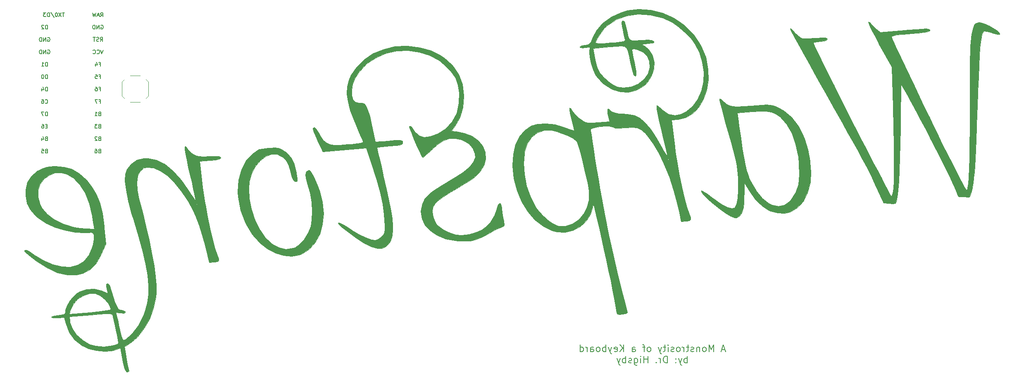
<source format=gbr>
%TF.GenerationSoftware,KiCad,Pcbnew,(5.1.9)-1*%
%TF.CreationDate,2021-08-31T12:46:26-07:00*%
%TF.ProjectId,warpstone,77617270-7374-46f6-9e65-2e6b69636164,rev?*%
%TF.SameCoordinates,Original*%
%TF.FileFunction,Legend,Bot*%
%TF.FilePolarity,Positive*%
%FSLAX46Y46*%
G04 Gerber Fmt 4.6, Leading zero omitted, Abs format (unit mm)*
G04 Created by KiCad (PCBNEW (5.1.9)-1) date 2021-08-31 12:46:26*
%MOMM*%
%LPD*%
G01*
G04 APERTURE LIST*
%ADD10C,0.200000*%
%ADD11C,0.010000*%
%ADD12C,0.120000*%
%ADD13C,0.150000*%
G04 APERTURE END LIST*
D10*
X179173606Y-101083333D02*
X178506940Y-101083333D01*
X179306940Y-101483333D02*
X178840273Y-100083333D01*
X178373606Y-101483333D01*
X176840273Y-101483333D02*
X176840273Y-100083333D01*
X176373606Y-101083333D01*
X175906940Y-100083333D01*
X175906940Y-101483333D01*
X175040273Y-101483333D02*
X175173606Y-101416666D01*
X175240273Y-101350000D01*
X175306940Y-101216666D01*
X175306940Y-100816666D01*
X175240273Y-100683333D01*
X175173606Y-100616666D01*
X175040273Y-100550000D01*
X174840273Y-100550000D01*
X174706940Y-100616666D01*
X174640273Y-100683333D01*
X174573606Y-100816666D01*
X174573606Y-101216666D01*
X174640273Y-101350000D01*
X174706940Y-101416666D01*
X174840273Y-101483333D01*
X175040273Y-101483333D01*
X173973606Y-100550000D02*
X173973606Y-101483333D01*
X173973606Y-100683333D02*
X173906940Y-100616666D01*
X173773606Y-100550000D01*
X173573606Y-100550000D01*
X173440273Y-100616666D01*
X173373606Y-100750000D01*
X173373606Y-101483333D01*
X172773606Y-101416666D02*
X172640273Y-101483333D01*
X172373606Y-101483333D01*
X172240273Y-101416666D01*
X172173606Y-101283333D01*
X172173606Y-101216666D01*
X172240273Y-101083333D01*
X172373606Y-101016666D01*
X172573606Y-101016666D01*
X172706940Y-100950000D01*
X172773606Y-100816666D01*
X172773606Y-100750000D01*
X172706940Y-100616666D01*
X172573606Y-100550000D01*
X172373606Y-100550000D01*
X172240273Y-100616666D01*
X171773606Y-100550000D02*
X171240273Y-100550000D01*
X171573606Y-100083333D02*
X171573606Y-101283333D01*
X171506940Y-101416666D01*
X171373606Y-101483333D01*
X171240273Y-101483333D01*
X170773606Y-101483333D02*
X170773606Y-100550000D01*
X170773606Y-100816666D02*
X170706940Y-100683333D01*
X170640273Y-100616666D01*
X170506940Y-100550000D01*
X170373606Y-100550000D01*
X169706940Y-101483333D02*
X169840273Y-101416666D01*
X169906940Y-101350000D01*
X169973606Y-101216666D01*
X169973606Y-100816666D01*
X169906940Y-100683333D01*
X169840273Y-100616666D01*
X169706940Y-100550000D01*
X169506940Y-100550000D01*
X169373606Y-100616666D01*
X169306940Y-100683333D01*
X169240273Y-100816666D01*
X169240273Y-101216666D01*
X169306940Y-101350000D01*
X169373606Y-101416666D01*
X169506940Y-101483333D01*
X169706940Y-101483333D01*
X168706940Y-101416666D02*
X168573606Y-101483333D01*
X168306940Y-101483333D01*
X168173606Y-101416666D01*
X168106940Y-101283333D01*
X168106940Y-101216666D01*
X168173606Y-101083333D01*
X168306940Y-101016666D01*
X168506940Y-101016666D01*
X168640273Y-100950000D01*
X168706940Y-100816666D01*
X168706940Y-100750000D01*
X168640273Y-100616666D01*
X168506940Y-100550000D01*
X168306940Y-100550000D01*
X168173606Y-100616666D01*
X167506940Y-101483333D02*
X167506940Y-100550000D01*
X167506940Y-100083333D02*
X167573606Y-100150000D01*
X167506940Y-100216666D01*
X167440273Y-100150000D01*
X167506940Y-100083333D01*
X167506940Y-100216666D01*
X167040273Y-100550000D02*
X166506940Y-100550000D01*
X166840273Y-100083333D02*
X166840273Y-101283333D01*
X166773606Y-101416666D01*
X166640273Y-101483333D01*
X166506940Y-101483333D01*
X166173606Y-100550000D02*
X165840273Y-101483333D01*
X165506940Y-100550000D02*
X165840273Y-101483333D01*
X165973606Y-101816666D01*
X166040273Y-101883333D01*
X166173606Y-101950000D01*
X163706940Y-101483333D02*
X163840273Y-101416666D01*
X163906940Y-101350000D01*
X163973606Y-101216666D01*
X163973606Y-100816666D01*
X163906940Y-100683333D01*
X163840273Y-100616666D01*
X163706940Y-100550000D01*
X163506940Y-100550000D01*
X163373606Y-100616666D01*
X163306940Y-100683333D01*
X163240273Y-100816666D01*
X163240273Y-101216666D01*
X163306940Y-101350000D01*
X163373606Y-101416666D01*
X163506940Y-101483333D01*
X163706940Y-101483333D01*
X162840273Y-100550000D02*
X162306940Y-100550000D01*
X162640273Y-101483333D02*
X162640273Y-100283333D01*
X162573606Y-100150000D01*
X162440273Y-100083333D01*
X162306940Y-100083333D01*
X160173606Y-101483333D02*
X160173606Y-100750000D01*
X160240273Y-100616666D01*
X160373606Y-100550000D01*
X160640273Y-100550000D01*
X160773606Y-100616666D01*
X160173606Y-101416666D02*
X160306940Y-101483333D01*
X160640273Y-101483333D01*
X160773606Y-101416666D01*
X160840273Y-101283333D01*
X160840273Y-101150000D01*
X160773606Y-101016666D01*
X160640273Y-100950000D01*
X160306940Y-100950000D01*
X160173606Y-100883333D01*
X158440273Y-101483333D02*
X158440273Y-100083333D01*
X157640273Y-101483333D02*
X158240273Y-100683333D01*
X157640273Y-100083333D02*
X158440273Y-100883333D01*
X156506940Y-101416666D02*
X156640273Y-101483333D01*
X156906940Y-101483333D01*
X157040273Y-101416666D01*
X157106940Y-101283333D01*
X157106940Y-100750000D01*
X157040273Y-100616666D01*
X156906940Y-100550000D01*
X156640273Y-100550000D01*
X156506940Y-100616666D01*
X156440273Y-100750000D01*
X156440273Y-100883333D01*
X157106940Y-101016666D01*
X155973606Y-100550000D02*
X155640273Y-101483333D01*
X155306940Y-100550000D02*
X155640273Y-101483333D01*
X155773606Y-101816666D01*
X155840273Y-101883333D01*
X155973606Y-101950000D01*
X154773606Y-101483333D02*
X154773606Y-100083333D01*
X154773606Y-100616666D02*
X154640273Y-100550000D01*
X154373606Y-100550000D01*
X154240273Y-100616666D01*
X154173606Y-100683333D01*
X154106940Y-100816666D01*
X154106940Y-101216666D01*
X154173606Y-101350000D01*
X154240273Y-101416666D01*
X154373606Y-101483333D01*
X154640273Y-101483333D01*
X154773606Y-101416666D01*
X153306940Y-101483333D02*
X153440273Y-101416666D01*
X153506940Y-101350000D01*
X153573606Y-101216666D01*
X153573606Y-100816666D01*
X153506940Y-100683333D01*
X153440273Y-100616666D01*
X153306940Y-100550000D01*
X153106940Y-100550000D01*
X152973606Y-100616666D01*
X152906940Y-100683333D01*
X152840273Y-100816666D01*
X152840273Y-101216666D01*
X152906940Y-101350000D01*
X152973606Y-101416666D01*
X153106940Y-101483333D01*
X153306940Y-101483333D01*
X151640273Y-101483333D02*
X151640273Y-100750000D01*
X151706940Y-100616666D01*
X151840273Y-100550000D01*
X152106940Y-100550000D01*
X152240273Y-100616666D01*
X151640273Y-101416666D02*
X151773606Y-101483333D01*
X152106940Y-101483333D01*
X152240273Y-101416666D01*
X152306940Y-101283333D01*
X152306940Y-101150000D01*
X152240273Y-101016666D01*
X152106940Y-100950000D01*
X151773606Y-100950000D01*
X151640273Y-100883333D01*
X150973606Y-101483333D02*
X150973606Y-100550000D01*
X150973606Y-100816666D02*
X150906940Y-100683333D01*
X150840273Y-100616666D01*
X150706940Y-100550000D01*
X150573606Y-100550000D01*
X149506940Y-101483333D02*
X149506940Y-100083333D01*
X149506940Y-101416666D02*
X149640273Y-101483333D01*
X149906940Y-101483333D01*
X150040273Y-101416666D01*
X150106940Y-101350000D01*
X150173606Y-101216666D01*
X150173606Y-100816666D01*
X150106940Y-100683333D01*
X150040273Y-100616666D01*
X149906940Y-100550000D01*
X149640273Y-100550000D01*
X149506940Y-100616666D01*
X171440273Y-103783333D02*
X171440273Y-102383333D01*
X171440273Y-102916666D02*
X171306940Y-102850000D01*
X171040273Y-102850000D01*
X170906940Y-102916666D01*
X170840273Y-102983333D01*
X170773606Y-103116666D01*
X170773606Y-103516666D01*
X170840273Y-103650000D01*
X170906940Y-103716666D01*
X171040273Y-103783333D01*
X171306940Y-103783333D01*
X171440273Y-103716666D01*
X170306940Y-102850000D02*
X169973606Y-103783333D01*
X169640273Y-102850000D02*
X169973606Y-103783333D01*
X170106940Y-104116666D01*
X170173606Y-104183333D01*
X170306940Y-104250000D01*
X169106940Y-103650000D02*
X169040273Y-103716666D01*
X169106940Y-103783333D01*
X169173606Y-103716666D01*
X169106940Y-103650000D01*
X169106940Y-103783333D01*
X169106940Y-102916666D02*
X169040273Y-102983333D01*
X169106940Y-103050000D01*
X169173606Y-102983333D01*
X169106940Y-102916666D01*
X169106940Y-103050000D01*
X167373606Y-103783333D02*
X167373606Y-102383333D01*
X167040273Y-102383333D01*
X166840273Y-102450000D01*
X166706940Y-102583333D01*
X166640273Y-102716666D01*
X166573606Y-102983333D01*
X166573606Y-103183333D01*
X166640273Y-103450000D01*
X166706940Y-103583333D01*
X166840273Y-103716666D01*
X167040273Y-103783333D01*
X167373606Y-103783333D01*
X165973606Y-103783333D02*
X165973606Y-102850000D01*
X165973606Y-103116666D02*
X165906940Y-102983333D01*
X165840273Y-102916666D01*
X165706940Y-102850000D01*
X165573606Y-102850000D01*
X165106940Y-103650000D02*
X165040273Y-103716666D01*
X165106940Y-103783333D01*
X165173606Y-103716666D01*
X165106940Y-103650000D01*
X165106940Y-103783333D01*
X163373606Y-103783333D02*
X163373606Y-102383333D01*
X163373606Y-103050000D02*
X162573606Y-103050000D01*
X162573606Y-103783333D02*
X162573606Y-102383333D01*
X161906940Y-103783333D02*
X161906940Y-102850000D01*
X161906940Y-102383333D02*
X161973606Y-102450000D01*
X161906940Y-102516666D01*
X161840273Y-102450000D01*
X161906940Y-102383333D01*
X161906940Y-102516666D01*
X160640273Y-102850000D02*
X160640273Y-103983333D01*
X160706940Y-104116666D01*
X160773606Y-104183333D01*
X160906940Y-104250000D01*
X161106940Y-104250000D01*
X161240273Y-104183333D01*
X160640273Y-103716666D02*
X160773606Y-103783333D01*
X161040273Y-103783333D01*
X161173606Y-103716666D01*
X161240273Y-103650000D01*
X161306940Y-103516666D01*
X161306940Y-103116666D01*
X161240273Y-102983333D01*
X161173606Y-102916666D01*
X161040273Y-102850000D01*
X160773606Y-102850000D01*
X160640273Y-102916666D01*
X160040273Y-103716666D02*
X159906940Y-103783333D01*
X159640273Y-103783333D01*
X159506940Y-103716666D01*
X159440273Y-103583333D01*
X159440273Y-103516666D01*
X159506940Y-103383333D01*
X159640273Y-103316666D01*
X159840273Y-103316666D01*
X159973606Y-103250000D01*
X160040273Y-103116666D01*
X160040273Y-103050000D01*
X159973606Y-102916666D01*
X159840273Y-102850000D01*
X159640273Y-102850000D01*
X159506940Y-102916666D01*
X158840273Y-103783333D02*
X158840273Y-102383333D01*
X158840273Y-102916666D02*
X158706940Y-102850000D01*
X158440273Y-102850000D01*
X158306940Y-102916666D01*
X158240273Y-102983333D01*
X158173606Y-103116666D01*
X158173606Y-103516666D01*
X158240273Y-103650000D01*
X158306940Y-103716666D01*
X158440273Y-103783333D01*
X158706940Y-103783333D01*
X158840273Y-103716666D01*
X157706940Y-102850000D02*
X157373606Y-103783333D01*
X157040273Y-102850000D02*
X157373606Y-103783333D01*
X157506940Y-104116666D01*
X157573606Y-104183333D01*
X157706940Y-104250000D01*
D11*
%TO.C,G\u002A\u002A\u002A*%
G36*
X68468280Y-59609583D02*
G01*
X68463188Y-59683733D01*
X68511393Y-60118004D01*
X68664213Y-60978451D01*
X68902860Y-62170946D01*
X69208548Y-63601363D01*
X69538353Y-65070585D01*
X69891673Y-66626184D01*
X70201069Y-68019447D01*
X70446953Y-69159615D01*
X70609734Y-69955931D01*
X70669554Y-70311219D01*
X70555989Y-70294024D01*
X70230912Y-69893139D01*
X69753468Y-69186051D01*
X69493949Y-68771109D01*
X67850683Y-66377566D01*
X66159193Y-64480640D01*
X64431111Y-63088901D01*
X62678074Y-62210913D01*
X60911714Y-61855244D01*
X60119039Y-61867596D01*
X58664399Y-62228734D01*
X57456837Y-63057439D01*
X56612031Y-64134897D01*
X56292416Y-65099225D01*
X56232859Y-66507269D01*
X56430481Y-68337122D01*
X56882402Y-70566873D01*
X57585738Y-73174617D01*
X57961476Y-74396392D01*
X59016389Y-77847641D01*
X59844702Y-80871515D01*
X60452081Y-83522296D01*
X60844191Y-85854270D01*
X61026700Y-87921717D01*
X61005273Y-89778923D01*
X60785576Y-91480170D01*
X60373276Y-93079743D01*
X60014589Y-94066144D01*
X58985911Y-96079717D01*
X57669465Y-97807050D01*
X57010658Y-98449809D01*
X56401377Y-98939112D01*
X55981007Y-99097481D01*
X55683613Y-98875365D01*
X55443259Y-98223214D01*
X55194009Y-97091480D01*
X55192410Y-97083433D01*
X54972171Y-96013120D01*
X54748405Y-94986777D01*
X54626423Y-94462742D01*
X54381285Y-93458555D01*
X55401285Y-93559021D01*
X56060073Y-93587096D01*
X56296426Y-93473400D01*
X56267657Y-93301102D01*
X55909065Y-93015635D01*
X55461762Y-92919977D01*
X55047393Y-92817121D01*
X54899067Y-92663901D01*
X53324987Y-92801615D01*
X53078952Y-92913497D01*
X52373389Y-93049477D01*
X51282364Y-93198678D01*
X49879937Y-93350223D01*
X49099012Y-93422258D01*
X44851251Y-93793889D01*
X45066781Y-92943291D01*
X45626589Y-91714852D01*
X46562437Y-90684517D01*
X47746541Y-89937211D01*
X49051117Y-89557857D01*
X50125043Y-89581636D01*
X51124261Y-89972428D01*
X52078055Y-90690375D01*
X52844098Y-91592258D01*
X53280062Y-92534859D01*
X53324987Y-92801615D01*
X54899067Y-92663901D01*
X54707652Y-92466171D01*
X54347149Y-91752989D01*
X54207640Y-91419360D01*
X53811206Y-90341765D01*
X53464256Y-89223975D01*
X53328572Y-88690886D01*
X53068263Y-87841919D01*
X52765230Y-87489193D01*
X52652967Y-87475143D01*
X52411169Y-87623576D01*
X52397505Y-88084889D01*
X52479021Y-88510886D01*
X52703468Y-89511774D01*
X51415129Y-88984373D01*
X49937214Y-88647445D01*
X48363181Y-88740264D01*
X46879337Y-89238511D01*
X46181064Y-89667644D01*
X45527193Y-90307940D01*
X44884879Y-91182373D01*
X44353237Y-92123327D01*
X44031386Y-92963188D01*
X43982444Y-93385666D01*
X43925711Y-93673052D01*
X43613693Y-93847356D01*
X42928360Y-93959069D01*
X42559557Y-93994386D01*
X41761142Y-94108359D01*
X41238926Y-94267862D01*
X41117930Y-94388902D01*
X41370671Y-94520695D01*
X41990427Y-94563562D01*
X42456667Y-94540167D01*
X43772102Y-94425082D01*
X44067286Y-95674108D01*
X44758539Y-97503011D01*
X45879620Y-99028087D01*
X47397301Y-100212941D01*
X48810208Y-100868735D01*
X50371005Y-101263286D01*
X52011676Y-101407232D01*
X53528217Y-101292950D01*
X54352692Y-101075863D01*
X55296694Y-100724099D01*
X55644926Y-102609075D01*
X55909809Y-103954566D01*
X56134241Y-104849248D01*
X56348172Y-105372393D01*
X56581546Y-105603272D01*
X56787035Y-105632350D01*
X57051836Y-105439672D01*
X56986543Y-105011019D01*
X56842706Y-104463690D01*
X56651896Y-103573570D01*
X56453540Y-102525577D01*
X56438821Y-102442138D01*
X56091119Y-100459635D01*
X57278471Y-99703848D01*
X57628290Y-99415033D01*
X54888699Y-99654716D01*
X54898472Y-99828964D01*
X54620272Y-99943148D01*
X54002346Y-100131251D01*
X53675664Y-100220873D01*
X51961178Y-100445071D01*
X50172884Y-100284352D01*
X48946034Y-99921500D01*
X47534369Y-99127587D01*
X46338855Y-98040441D01*
X45456045Y-96775410D01*
X44982492Y-95447841D01*
X44940803Y-95136623D01*
X44870146Y-94329015D01*
X49264938Y-93944521D01*
X50986018Y-93804156D01*
X52233016Y-93728543D01*
X53062567Y-93717016D01*
X53531309Y-93768906D01*
X53695879Y-93883544D01*
X53697297Y-93892227D01*
X53768661Y-94279092D01*
X53931815Y-95062223D01*
X54160217Y-96116406D01*
X54352609Y-96983863D01*
X54599627Y-98123284D01*
X54785463Y-99050779D01*
X54888699Y-99654716D01*
X57628290Y-99415033D01*
X58794936Y-98451832D01*
X60137924Y-96783824D01*
X61252808Y-94805196D01*
X62084963Y-92621318D01*
X62579763Y-90337560D01*
X62678805Y-89286985D01*
X62660292Y-87893358D01*
X62490068Y-86062460D01*
X62181462Y-83865648D01*
X61747804Y-81374281D01*
X61202422Y-78659717D01*
X60558649Y-75793314D01*
X59829812Y-72846432D01*
X59107143Y-70166583D01*
X58729706Y-68352401D01*
X58658250Y-66757638D01*
X58878481Y-65437829D01*
X59376105Y-64448507D01*
X60136832Y-63845208D01*
X60775178Y-63685544D01*
X62055383Y-63830305D01*
X63445673Y-64437070D01*
X64894809Y-65458017D01*
X66351555Y-66845329D01*
X67764669Y-68551188D01*
X69082916Y-70527771D01*
X70085398Y-72374470D01*
X70732892Y-73849042D01*
X71417144Y-75667130D01*
X72078080Y-77646356D01*
X72655626Y-79604341D01*
X73089704Y-81358705D01*
X73164430Y-81721874D01*
X73461402Y-83239134D01*
X74507640Y-83147600D01*
X75176887Y-83065504D01*
X75462618Y-82883304D01*
X75428319Y-82465592D01*
X75164596Y-81746402D01*
X74671940Y-80288849D01*
X74154821Y-78410448D01*
X73637177Y-76222894D01*
X73142947Y-73837881D01*
X72696069Y-71367105D01*
X72654725Y-71097976D01*
X71031043Y-71240029D01*
X70909519Y-71384857D01*
X70764691Y-71263332D01*
X70886216Y-71118505D01*
X71031043Y-71240029D01*
X72654725Y-71097976D01*
X72320482Y-68922260D01*
X72171121Y-67779050D01*
X71522674Y-62474352D01*
X73694875Y-62284309D01*
X74798675Y-62169362D01*
X75460492Y-62044711D01*
X75772850Y-61884834D01*
X75832123Y-61694739D01*
X75709371Y-61493515D01*
X75321358Y-61402852D01*
X74570185Y-61412009D01*
X73790981Y-61470731D01*
X72145379Y-61522740D01*
X70895107Y-61331659D01*
X69945662Y-60868890D01*
X69202541Y-60105835D01*
X69180726Y-60075602D01*
X68757935Y-59522307D01*
X68545389Y-59380586D01*
X68468280Y-59609583D01*
G37*
X68468280Y-59609583D02*
X68463188Y-59683733D01*
X68511393Y-60118004D01*
X68664213Y-60978451D01*
X68902860Y-62170946D01*
X69208548Y-63601363D01*
X69538353Y-65070585D01*
X69891673Y-66626184D01*
X70201069Y-68019447D01*
X70446953Y-69159615D01*
X70609734Y-69955931D01*
X70669554Y-70311219D01*
X70555989Y-70294024D01*
X70230912Y-69893139D01*
X69753468Y-69186051D01*
X69493949Y-68771109D01*
X67850683Y-66377566D01*
X66159193Y-64480640D01*
X64431111Y-63088901D01*
X62678074Y-62210913D01*
X60911714Y-61855244D01*
X60119039Y-61867596D01*
X58664399Y-62228734D01*
X57456837Y-63057439D01*
X56612031Y-64134897D01*
X56292416Y-65099225D01*
X56232859Y-66507269D01*
X56430481Y-68337122D01*
X56882402Y-70566873D01*
X57585738Y-73174617D01*
X57961476Y-74396392D01*
X59016389Y-77847641D01*
X59844702Y-80871515D01*
X60452081Y-83522296D01*
X60844191Y-85854270D01*
X61026700Y-87921717D01*
X61005273Y-89778923D01*
X60785576Y-91480170D01*
X60373276Y-93079743D01*
X60014589Y-94066144D01*
X58985911Y-96079717D01*
X57669465Y-97807050D01*
X57010658Y-98449809D01*
X56401377Y-98939112D01*
X55981007Y-99097481D01*
X55683613Y-98875365D01*
X55443259Y-98223214D01*
X55194009Y-97091480D01*
X55192410Y-97083433D01*
X54972171Y-96013120D01*
X54748405Y-94986777D01*
X54626423Y-94462742D01*
X54381285Y-93458555D01*
X55401285Y-93559021D01*
X56060073Y-93587096D01*
X56296426Y-93473400D01*
X56267657Y-93301102D01*
X55909065Y-93015635D01*
X55461762Y-92919977D01*
X55047393Y-92817121D01*
X54899067Y-92663901D01*
X53324987Y-92801615D01*
X53078952Y-92913497D01*
X52373389Y-93049477D01*
X51282364Y-93198678D01*
X49879937Y-93350223D01*
X49099012Y-93422258D01*
X44851251Y-93793889D01*
X45066781Y-92943291D01*
X45626589Y-91714852D01*
X46562437Y-90684517D01*
X47746541Y-89937211D01*
X49051117Y-89557857D01*
X50125043Y-89581636D01*
X51124261Y-89972428D01*
X52078055Y-90690375D01*
X52844098Y-91592258D01*
X53280062Y-92534859D01*
X53324987Y-92801615D01*
X54899067Y-92663901D01*
X54707652Y-92466171D01*
X54347149Y-91752989D01*
X54207640Y-91419360D01*
X53811206Y-90341765D01*
X53464256Y-89223975D01*
X53328572Y-88690886D01*
X53068263Y-87841919D01*
X52765230Y-87489193D01*
X52652967Y-87475143D01*
X52411169Y-87623576D01*
X52397505Y-88084889D01*
X52479021Y-88510886D01*
X52703468Y-89511774D01*
X51415129Y-88984373D01*
X49937214Y-88647445D01*
X48363181Y-88740264D01*
X46879337Y-89238511D01*
X46181064Y-89667644D01*
X45527193Y-90307940D01*
X44884879Y-91182373D01*
X44353237Y-92123327D01*
X44031386Y-92963188D01*
X43982444Y-93385666D01*
X43925711Y-93673052D01*
X43613693Y-93847356D01*
X42928360Y-93959069D01*
X42559557Y-93994386D01*
X41761142Y-94108359D01*
X41238926Y-94267862D01*
X41117930Y-94388902D01*
X41370671Y-94520695D01*
X41990427Y-94563562D01*
X42456667Y-94540167D01*
X43772102Y-94425082D01*
X44067286Y-95674108D01*
X44758539Y-97503011D01*
X45879620Y-99028087D01*
X47397301Y-100212941D01*
X48810208Y-100868735D01*
X50371005Y-101263286D01*
X52011676Y-101407232D01*
X53528217Y-101292950D01*
X54352692Y-101075863D01*
X55296694Y-100724099D01*
X55644926Y-102609075D01*
X55909809Y-103954566D01*
X56134241Y-104849248D01*
X56348172Y-105372393D01*
X56581546Y-105603272D01*
X56787035Y-105632350D01*
X57051836Y-105439672D01*
X56986543Y-105011019D01*
X56842706Y-104463690D01*
X56651896Y-103573570D01*
X56453540Y-102525577D01*
X56438821Y-102442138D01*
X56091119Y-100459635D01*
X57278471Y-99703848D01*
X57628290Y-99415033D01*
X54888699Y-99654716D01*
X54898472Y-99828964D01*
X54620272Y-99943148D01*
X54002346Y-100131251D01*
X53675664Y-100220873D01*
X51961178Y-100445071D01*
X50172884Y-100284352D01*
X48946034Y-99921500D01*
X47534369Y-99127587D01*
X46338855Y-98040441D01*
X45456045Y-96775410D01*
X44982492Y-95447841D01*
X44940803Y-95136623D01*
X44870146Y-94329015D01*
X49264938Y-93944521D01*
X50986018Y-93804156D01*
X52233016Y-93728543D01*
X53062567Y-93717016D01*
X53531309Y-93768906D01*
X53695879Y-93883544D01*
X53697297Y-93892227D01*
X53768661Y-94279092D01*
X53931815Y-95062223D01*
X54160217Y-96116406D01*
X54352609Y-96983863D01*
X54599627Y-98123284D01*
X54785463Y-99050779D01*
X54888699Y-99654716D01*
X57628290Y-99415033D01*
X58794936Y-98451832D01*
X60137924Y-96783824D01*
X61252808Y-94805196D01*
X62084963Y-92621318D01*
X62579763Y-90337560D01*
X62678805Y-89286985D01*
X62660292Y-87893358D01*
X62490068Y-86062460D01*
X62181462Y-83865648D01*
X61747804Y-81374281D01*
X61202422Y-78659717D01*
X60558649Y-75793314D01*
X59829812Y-72846432D01*
X59107143Y-70166583D01*
X58729706Y-68352401D01*
X58658250Y-66757638D01*
X58878481Y-65437829D01*
X59376105Y-64448507D01*
X60136832Y-63845208D01*
X60775178Y-63685544D01*
X62055383Y-63830305D01*
X63445673Y-64437070D01*
X64894809Y-65458017D01*
X66351555Y-66845329D01*
X67764669Y-68551188D01*
X69082916Y-70527771D01*
X70085398Y-72374470D01*
X70732892Y-73849042D01*
X71417144Y-75667130D01*
X72078080Y-77646356D01*
X72655626Y-79604341D01*
X73089704Y-81358705D01*
X73164430Y-81721874D01*
X73461402Y-83239134D01*
X74507640Y-83147600D01*
X75176887Y-83065504D01*
X75462618Y-82883304D01*
X75428319Y-82465592D01*
X75164596Y-81746402D01*
X74671940Y-80288849D01*
X74154821Y-78410448D01*
X73637177Y-76222894D01*
X73142947Y-73837881D01*
X72696069Y-71367105D01*
X72654725Y-71097976D01*
X71031043Y-71240029D01*
X70909519Y-71384857D01*
X70764691Y-71263332D01*
X70886216Y-71118505D01*
X71031043Y-71240029D01*
X72654725Y-71097976D01*
X72320482Y-68922260D01*
X72171121Y-67779050D01*
X71522674Y-62474352D01*
X73694875Y-62284309D01*
X74798675Y-62169362D01*
X75460492Y-62044711D01*
X75772850Y-61884834D01*
X75832123Y-61694739D01*
X75709371Y-61493515D01*
X75321358Y-61402852D01*
X74570185Y-61412009D01*
X73790981Y-61470731D01*
X72145379Y-61522740D01*
X70895107Y-61331659D01*
X69945662Y-60868890D01*
X69202541Y-60105835D01*
X69180726Y-60075602D01*
X68757935Y-59522307D01*
X68545389Y-59380586D01*
X68468280Y-59609583D01*
G36*
X159203036Y-31557955D02*
G01*
X157905161Y-31931794D01*
X155824273Y-32908666D01*
X154102931Y-34178983D01*
X152793839Y-35695679D01*
X152032262Y-37176368D01*
X151706067Y-37979692D01*
X151407125Y-38407227D01*
X150999564Y-38592434D01*
X150528233Y-38653708D01*
X149846085Y-38779612D01*
X149431055Y-38979146D01*
X149400117Y-39020796D01*
X149536694Y-39183731D01*
X150110954Y-39221211D01*
X150369571Y-39204369D01*
X151480337Y-39107189D01*
X151385283Y-40072245D01*
X151433897Y-41099936D01*
X151704965Y-42371974D01*
X152139466Y-43678042D01*
X152678387Y-44807824D01*
X152745074Y-44918039D01*
X153304244Y-45641687D01*
X154061621Y-46418007D01*
X154401623Y-46714136D01*
X156013081Y-47733394D01*
X157702785Y-48272048D01*
X159396138Y-48333074D01*
X161018544Y-47919447D01*
X162495408Y-47034141D01*
X163204208Y-46363116D01*
X164108252Y-45046558D01*
X164592456Y-43614250D01*
X164662569Y-42167258D01*
X164601324Y-41920879D01*
X163680820Y-42001412D01*
X163734508Y-43212739D01*
X163366457Y-44473989D01*
X162603969Y-45638690D01*
X161396363Y-46642201D01*
X159924994Y-47233604D01*
X158301011Y-47382088D01*
X157039142Y-47181390D01*
X156233647Y-46804671D01*
X155279623Y-46131813D01*
X154342646Y-45299439D01*
X153588292Y-44444171D01*
X153413756Y-44189944D01*
X152904646Y-43067234D01*
X152527110Y-41584195D01*
X152468395Y-41234961D01*
X152173354Y-39314948D01*
X155519820Y-39022171D01*
X156935424Y-38889255D01*
X157915817Y-38830945D01*
X158560523Y-38920524D01*
X158969066Y-39231275D01*
X159240969Y-39836483D01*
X159475756Y-40809430D01*
X159754989Y-42140707D01*
X160014102Y-43246636D01*
X160263538Y-44154606D01*
X160466299Y-44736679D01*
X160544792Y-44871808D01*
X160837018Y-45010457D01*
X160958471Y-44715234D01*
X160909357Y-43964359D01*
X160689887Y-42736051D01*
X160570620Y-42179145D01*
X160344086Y-41084046D01*
X160189133Y-40195938D01*
X160125322Y-39635739D01*
X160138528Y-39507769D01*
X160454771Y-39464725D01*
X161071769Y-39551021D01*
X161200718Y-39579754D01*
X162392785Y-40093643D01*
X163226533Y-40931288D01*
X163680820Y-42001412D01*
X164601324Y-41920879D01*
X164324342Y-40806642D01*
X163583521Y-39633464D01*
X162782337Y-38947259D01*
X162026555Y-38452905D01*
X163426843Y-38330395D01*
X164222020Y-38241820D01*
X164571586Y-38131179D01*
X164564281Y-37956147D01*
X164460600Y-37837369D01*
X164093592Y-37650606D01*
X163420010Y-37581279D01*
X162346081Y-37622896D01*
X161891195Y-37659577D01*
X160774367Y-37751536D01*
X160055931Y-37730722D01*
X159621197Y-37507549D01*
X159355471Y-36992430D01*
X159144064Y-36095777D01*
X159009628Y-35408751D01*
X158776396Y-34402787D01*
X158549332Y-33852851D01*
X158295076Y-33681698D01*
X158264198Y-33682663D01*
X158063805Y-33782604D01*
X158003187Y-34107534D01*
X158079090Y-34766332D01*
X158210575Y-35478659D01*
X158411548Y-36429854D01*
X158598182Y-37191904D01*
X158722873Y-37580956D01*
X158692777Y-37740593D01*
X158381522Y-37873104D01*
X157718235Y-37993311D01*
X156632047Y-38116033D01*
X155797735Y-38192686D01*
X154294103Y-38299864D01*
X153271763Y-38317324D01*
X152749199Y-38245152D01*
X152681272Y-38178212D01*
X152817353Y-37654672D01*
X153222122Y-36889755D01*
X153797567Y-36031279D01*
X154445675Y-35227064D01*
X155001439Y-34679001D01*
X156913083Y-33428791D01*
X159055661Y-32636806D01*
X161375008Y-32308873D01*
X163816967Y-32450813D01*
X166327378Y-33068455D01*
X167148911Y-33372564D01*
X168358459Y-34011744D01*
X169705240Y-34968110D01*
X171034528Y-36110849D01*
X172191598Y-37309149D01*
X172897839Y-38232977D01*
X173900463Y-40142225D01*
X174529341Y-42156886D01*
X174798178Y-44202770D01*
X174720675Y-46205688D01*
X174310534Y-48091449D01*
X173581459Y-49785865D01*
X172547152Y-51214744D01*
X171221315Y-52303897D01*
X170208262Y-52795051D01*
X168863281Y-53046279D01*
X167583101Y-52772687D01*
X166351842Y-51970165D01*
X166094403Y-51730518D01*
X165687973Y-51335927D01*
X165393041Y-51091272D01*
X165210904Y-51046928D01*
X165142863Y-51253265D01*
X165190219Y-51760656D01*
X165354272Y-52619476D01*
X165636322Y-53880097D01*
X166037669Y-55592892D01*
X166213312Y-56337112D01*
X166564916Y-57844620D01*
X166871282Y-59191269D01*
X167111468Y-60282323D01*
X167264531Y-61023045D01*
X167310091Y-61298384D01*
X167211451Y-61270356D01*
X166921134Y-60842963D01*
X166488355Y-60094246D01*
X166132201Y-59430690D01*
X165082898Y-57597982D01*
X163973989Y-55968909D01*
X162879342Y-54641694D01*
X161872823Y-53714563D01*
X161786822Y-53652512D01*
X160582749Y-53066287D01*
X159153490Y-52760648D01*
X158156673Y-52749237D01*
X157471560Y-52708940D01*
X156687140Y-52529586D01*
X155985975Y-52270899D01*
X155550630Y-51992602D01*
X155490090Y-51876897D01*
X155265379Y-51666750D01*
X155193918Y-51665000D01*
X155067959Y-51925667D01*
X155136908Y-52637535D01*
X155211570Y-53005404D01*
X155504747Y-54321704D01*
X153245838Y-54519332D01*
X152052546Y-54600907D01*
X151227005Y-54584297D01*
X150608508Y-54453012D01*
X150036349Y-54190566D01*
X150035252Y-54189958D01*
X149182328Y-53576483D01*
X148344874Y-52751654D01*
X147722273Y-51919474D01*
X147612944Y-51711507D01*
X147391973Y-51526807D01*
X147317838Y-51567286D01*
X147313048Y-51883915D01*
X147432204Y-52584521D01*
X147651401Y-53539190D01*
X147751904Y-53926430D01*
X148011046Y-54928453D01*
X148196188Y-55708730D01*
X148278675Y-56143658D01*
X148277242Y-56192557D01*
X148018814Y-56136309D01*
X147386280Y-55922325D01*
X146501555Y-55592635D01*
X146221353Y-55483788D01*
X144380336Y-54941968D01*
X142525442Y-54719466D01*
X140805985Y-54823071D01*
X139544415Y-55180317D01*
X138152957Y-56061693D01*
X137044527Y-57362191D01*
X136241916Y-59033792D01*
X135767919Y-61028476D01*
X135645330Y-63298223D01*
X135647904Y-63389174D01*
X135924369Y-65999262D01*
X136561107Y-68469108D01*
X137518360Y-70739495D01*
X138756367Y-72751205D01*
X140235368Y-74445023D01*
X141915603Y-75761730D01*
X143757312Y-76642111D01*
X144718608Y-76898655D01*
X146421752Y-76982509D01*
X148055640Y-76598468D01*
X149529769Y-75808359D01*
X150753636Y-74674013D01*
X151636739Y-73257255D01*
X152049642Y-71890325D01*
X152138133Y-71458998D01*
X152228953Y-71428247D01*
X152372293Y-71843894D01*
X152496862Y-72298580D01*
X152761535Y-73342548D01*
X153098460Y-74761868D01*
X153491586Y-76480834D01*
X153924867Y-78423745D01*
X154382253Y-80514892D01*
X154847696Y-82678574D01*
X155305146Y-84839085D01*
X155738557Y-86920721D01*
X156131877Y-88847777D01*
X156469060Y-90544549D01*
X156734056Y-91935332D01*
X156910817Y-92944423D01*
X156979629Y-93444665D01*
X157126215Y-93745116D01*
X157579222Y-93841958D01*
X158085864Y-93817564D01*
X158748321Y-93704722D01*
X159107469Y-93536196D01*
X159129787Y-93478822D01*
X159058102Y-93136982D01*
X158878898Y-92388460D01*
X158619292Y-91344083D01*
X158309981Y-90128577D01*
X157238134Y-85841882D01*
X156271634Y-81710505D01*
X155378310Y-77582519D01*
X154525995Y-73305998D01*
X153682521Y-68729018D01*
X153616905Y-68353662D01*
X151311584Y-68555351D01*
X151293249Y-70371628D01*
X150870280Y-71968173D01*
X150286084Y-73089098D01*
X149232357Y-74366912D01*
X147957736Y-75256429D01*
X146555868Y-75716631D01*
X145120400Y-75706504D01*
X144605170Y-75577168D01*
X143797778Y-75164171D01*
X142820051Y-74444049D01*
X141815007Y-73542985D01*
X140925659Y-72587159D01*
X140384375Y-71853166D01*
X139330616Y-69806421D01*
X138544086Y-67536760D01*
X138053770Y-65188220D01*
X137888651Y-62904840D01*
X138077716Y-60830658D01*
X138122850Y-60614857D01*
X138715699Y-58840246D01*
X139595427Y-57487268D01*
X140738095Y-56575582D01*
X142119772Y-56124841D01*
X143579357Y-56133873D01*
X144648425Y-56368078D01*
X145824434Y-56757227D01*
X146970500Y-57239970D01*
X147949741Y-57754956D01*
X148625276Y-58240834D01*
X148823579Y-58484338D01*
X149024765Y-59017547D01*
X149309752Y-59961149D01*
X149650730Y-61202579D01*
X150019890Y-62629270D01*
X150389424Y-64128657D01*
X150731523Y-65588173D01*
X151018377Y-66895252D01*
X151222179Y-67937327D01*
X151311584Y-68555351D01*
X153616905Y-68353662D01*
X153226362Y-66119551D01*
X152842263Y-63860500D01*
X152494950Y-61768072D01*
X152193440Y-59900430D01*
X151946747Y-58315734D01*
X151763888Y-57072145D01*
X151653879Y-56227826D01*
X151625736Y-55840937D01*
X151630396Y-55823929D01*
X151949304Y-55698050D01*
X152647862Y-55532629D01*
X153576262Y-55363030D01*
X153596990Y-55359702D01*
X154712969Y-55219685D01*
X155476983Y-55234382D01*
X156050697Y-55409758D01*
X156135988Y-55453318D01*
X156718225Y-55655444D01*
X157514338Y-55704849D01*
X158667930Y-55608831D01*
X158822026Y-55589803D01*
X160165655Y-55486278D01*
X161175489Y-55614425D01*
X162025412Y-56037968D01*
X162889310Y-56820633D01*
X163244163Y-57210433D01*
X164424684Y-58784780D01*
X165600431Y-60794831D01*
X166730683Y-63142764D01*
X167774720Y-65730755D01*
X168691825Y-68460983D01*
X169441276Y-71235624D01*
X169815655Y-72997598D01*
X170150885Y-74779900D01*
X171195088Y-74688544D01*
X171863135Y-74606524D01*
X172148231Y-74424296D01*
X172113668Y-74006472D01*
X171850010Y-73287525D01*
X171362871Y-71843606D01*
X170850989Y-69976625D01*
X170337749Y-67796083D01*
X169846536Y-65411485D01*
X169400732Y-62932335D01*
X169254362Y-61975628D01*
X167658201Y-62115274D01*
X167579928Y-62343038D01*
X167496168Y-62308377D01*
X167436636Y-61995069D01*
X167465098Y-61953243D01*
X167626642Y-61975951D01*
X167658201Y-62115274D01*
X169254362Y-61975628D01*
X169023724Y-60468135D01*
X168882506Y-59391362D01*
X168217819Y-54014623D01*
X169519002Y-53894890D01*
X171163060Y-53490484D01*
X172607024Y-52632329D01*
X173818103Y-51374573D01*
X174763502Y-49771357D01*
X175410429Y-47876828D01*
X175726090Y-45745129D01*
X175701418Y-43687153D01*
X175224815Y-41103245D01*
X174256590Y-38706516D01*
X172820275Y-36540770D01*
X170939404Y-34649808D01*
X170772658Y-34513502D01*
X168662734Y-33107799D01*
X166354864Y-32090142D01*
X163944994Y-31479782D01*
X161529069Y-31295969D01*
X159203036Y-31557955D01*
G37*
X159203036Y-31557955D02*
X157905161Y-31931794D01*
X155824273Y-32908666D01*
X154102931Y-34178983D01*
X152793839Y-35695679D01*
X152032262Y-37176368D01*
X151706067Y-37979692D01*
X151407125Y-38407227D01*
X150999564Y-38592434D01*
X150528233Y-38653708D01*
X149846085Y-38779612D01*
X149431055Y-38979146D01*
X149400117Y-39020796D01*
X149536694Y-39183731D01*
X150110954Y-39221211D01*
X150369571Y-39204369D01*
X151480337Y-39107189D01*
X151385283Y-40072245D01*
X151433897Y-41099936D01*
X151704965Y-42371974D01*
X152139466Y-43678042D01*
X152678387Y-44807824D01*
X152745074Y-44918039D01*
X153304244Y-45641687D01*
X154061621Y-46418007D01*
X154401623Y-46714136D01*
X156013081Y-47733394D01*
X157702785Y-48272048D01*
X159396138Y-48333074D01*
X161018544Y-47919447D01*
X162495408Y-47034141D01*
X163204208Y-46363116D01*
X164108252Y-45046558D01*
X164592456Y-43614250D01*
X164662569Y-42167258D01*
X164601324Y-41920879D01*
X163680820Y-42001412D01*
X163734508Y-43212739D01*
X163366457Y-44473989D01*
X162603969Y-45638690D01*
X161396363Y-46642201D01*
X159924994Y-47233604D01*
X158301011Y-47382088D01*
X157039142Y-47181390D01*
X156233647Y-46804671D01*
X155279623Y-46131813D01*
X154342646Y-45299439D01*
X153588292Y-44444171D01*
X153413756Y-44189944D01*
X152904646Y-43067234D01*
X152527110Y-41584195D01*
X152468395Y-41234961D01*
X152173354Y-39314948D01*
X155519820Y-39022171D01*
X156935424Y-38889255D01*
X157915817Y-38830945D01*
X158560523Y-38920524D01*
X158969066Y-39231275D01*
X159240969Y-39836483D01*
X159475756Y-40809430D01*
X159754989Y-42140707D01*
X160014102Y-43246636D01*
X160263538Y-44154606D01*
X160466299Y-44736679D01*
X160544792Y-44871808D01*
X160837018Y-45010457D01*
X160958471Y-44715234D01*
X160909357Y-43964359D01*
X160689887Y-42736051D01*
X160570620Y-42179145D01*
X160344086Y-41084046D01*
X160189133Y-40195938D01*
X160125322Y-39635739D01*
X160138528Y-39507769D01*
X160454771Y-39464725D01*
X161071769Y-39551021D01*
X161200718Y-39579754D01*
X162392785Y-40093643D01*
X163226533Y-40931288D01*
X163680820Y-42001412D01*
X164601324Y-41920879D01*
X164324342Y-40806642D01*
X163583521Y-39633464D01*
X162782337Y-38947259D01*
X162026555Y-38452905D01*
X163426843Y-38330395D01*
X164222020Y-38241820D01*
X164571586Y-38131179D01*
X164564281Y-37956147D01*
X164460600Y-37837369D01*
X164093592Y-37650606D01*
X163420010Y-37581279D01*
X162346081Y-37622896D01*
X161891195Y-37659577D01*
X160774367Y-37751536D01*
X160055931Y-37730722D01*
X159621197Y-37507549D01*
X159355471Y-36992430D01*
X159144064Y-36095777D01*
X159009628Y-35408751D01*
X158776396Y-34402787D01*
X158549332Y-33852851D01*
X158295076Y-33681698D01*
X158264198Y-33682663D01*
X158063805Y-33782604D01*
X158003187Y-34107534D01*
X158079090Y-34766332D01*
X158210575Y-35478659D01*
X158411548Y-36429854D01*
X158598182Y-37191904D01*
X158722873Y-37580956D01*
X158692777Y-37740593D01*
X158381522Y-37873104D01*
X157718235Y-37993311D01*
X156632047Y-38116033D01*
X155797735Y-38192686D01*
X154294103Y-38299864D01*
X153271763Y-38317324D01*
X152749199Y-38245152D01*
X152681272Y-38178212D01*
X152817353Y-37654672D01*
X153222122Y-36889755D01*
X153797567Y-36031279D01*
X154445675Y-35227064D01*
X155001439Y-34679001D01*
X156913083Y-33428791D01*
X159055661Y-32636806D01*
X161375008Y-32308873D01*
X163816967Y-32450813D01*
X166327378Y-33068455D01*
X167148911Y-33372564D01*
X168358459Y-34011744D01*
X169705240Y-34968110D01*
X171034528Y-36110849D01*
X172191598Y-37309149D01*
X172897839Y-38232977D01*
X173900463Y-40142225D01*
X174529341Y-42156886D01*
X174798178Y-44202770D01*
X174720675Y-46205688D01*
X174310534Y-48091449D01*
X173581459Y-49785865D01*
X172547152Y-51214744D01*
X171221315Y-52303897D01*
X170208262Y-52795051D01*
X168863281Y-53046279D01*
X167583101Y-52772687D01*
X166351842Y-51970165D01*
X166094403Y-51730518D01*
X165687973Y-51335927D01*
X165393041Y-51091272D01*
X165210904Y-51046928D01*
X165142863Y-51253265D01*
X165190219Y-51760656D01*
X165354272Y-52619476D01*
X165636322Y-53880097D01*
X166037669Y-55592892D01*
X166213312Y-56337112D01*
X166564916Y-57844620D01*
X166871282Y-59191269D01*
X167111468Y-60282323D01*
X167264531Y-61023045D01*
X167310091Y-61298384D01*
X167211451Y-61270356D01*
X166921134Y-60842963D01*
X166488355Y-60094246D01*
X166132201Y-59430690D01*
X165082898Y-57597982D01*
X163973989Y-55968909D01*
X162879342Y-54641694D01*
X161872823Y-53714563D01*
X161786822Y-53652512D01*
X160582749Y-53066287D01*
X159153490Y-52760648D01*
X158156673Y-52749237D01*
X157471560Y-52708940D01*
X156687140Y-52529586D01*
X155985975Y-52270899D01*
X155550630Y-51992602D01*
X155490090Y-51876897D01*
X155265379Y-51666750D01*
X155193918Y-51665000D01*
X155067959Y-51925667D01*
X155136908Y-52637535D01*
X155211570Y-53005404D01*
X155504747Y-54321704D01*
X153245838Y-54519332D01*
X152052546Y-54600907D01*
X151227005Y-54584297D01*
X150608508Y-54453012D01*
X150036349Y-54190566D01*
X150035252Y-54189958D01*
X149182328Y-53576483D01*
X148344874Y-52751654D01*
X147722273Y-51919474D01*
X147612944Y-51711507D01*
X147391973Y-51526807D01*
X147317838Y-51567286D01*
X147313048Y-51883915D01*
X147432204Y-52584521D01*
X147651401Y-53539190D01*
X147751904Y-53926430D01*
X148011046Y-54928453D01*
X148196188Y-55708730D01*
X148278675Y-56143658D01*
X148277242Y-56192557D01*
X148018814Y-56136309D01*
X147386280Y-55922325D01*
X146501555Y-55592635D01*
X146221353Y-55483788D01*
X144380336Y-54941968D01*
X142525442Y-54719466D01*
X140805985Y-54823071D01*
X139544415Y-55180317D01*
X138152957Y-56061693D01*
X137044527Y-57362191D01*
X136241916Y-59033792D01*
X135767919Y-61028476D01*
X135645330Y-63298223D01*
X135647904Y-63389174D01*
X135924369Y-65999262D01*
X136561107Y-68469108D01*
X137518360Y-70739495D01*
X138756367Y-72751205D01*
X140235368Y-74445023D01*
X141915603Y-75761730D01*
X143757312Y-76642111D01*
X144718608Y-76898655D01*
X146421752Y-76982509D01*
X148055640Y-76598468D01*
X149529769Y-75808359D01*
X150753636Y-74674013D01*
X151636739Y-73257255D01*
X152049642Y-71890325D01*
X152138133Y-71458998D01*
X152228953Y-71428247D01*
X152372293Y-71843894D01*
X152496862Y-72298580D01*
X152761535Y-73342548D01*
X153098460Y-74761868D01*
X153491586Y-76480834D01*
X153924867Y-78423745D01*
X154382253Y-80514892D01*
X154847696Y-82678574D01*
X155305146Y-84839085D01*
X155738557Y-86920721D01*
X156131877Y-88847777D01*
X156469060Y-90544549D01*
X156734056Y-91935332D01*
X156910817Y-92944423D01*
X156979629Y-93444665D01*
X157126215Y-93745116D01*
X157579222Y-93841958D01*
X158085864Y-93817564D01*
X158748321Y-93704722D01*
X159107469Y-93536196D01*
X159129787Y-93478822D01*
X159058102Y-93136982D01*
X158878898Y-92388460D01*
X158619292Y-91344083D01*
X158309981Y-90128577D01*
X157238134Y-85841882D01*
X156271634Y-81710505D01*
X155378310Y-77582519D01*
X154525995Y-73305998D01*
X153682521Y-68729018D01*
X153616905Y-68353662D01*
X151311584Y-68555351D01*
X151293249Y-70371628D01*
X150870280Y-71968173D01*
X150286084Y-73089098D01*
X149232357Y-74366912D01*
X147957736Y-75256429D01*
X146555868Y-75716631D01*
X145120400Y-75706504D01*
X144605170Y-75577168D01*
X143797778Y-75164171D01*
X142820051Y-74444049D01*
X141815007Y-73542985D01*
X140925659Y-72587159D01*
X140384375Y-71853166D01*
X139330616Y-69806421D01*
X138544086Y-67536760D01*
X138053770Y-65188220D01*
X137888651Y-62904840D01*
X138077716Y-60830658D01*
X138122850Y-60614857D01*
X138715699Y-58840246D01*
X139595427Y-57487268D01*
X140738095Y-56575582D01*
X142119772Y-56124841D01*
X143579357Y-56133873D01*
X144648425Y-56368078D01*
X145824434Y-56757227D01*
X146970500Y-57239970D01*
X147949741Y-57754956D01*
X148625276Y-58240834D01*
X148823579Y-58484338D01*
X149024765Y-59017547D01*
X149309752Y-59961149D01*
X149650730Y-61202579D01*
X150019890Y-62629270D01*
X150389424Y-64128657D01*
X150731523Y-65588173D01*
X151018377Y-66895252D01*
X151222179Y-67937327D01*
X151311584Y-68555351D01*
X153616905Y-68353662D01*
X153226362Y-66119551D01*
X152842263Y-63860500D01*
X152494950Y-61768072D01*
X152193440Y-59900430D01*
X151946747Y-58315734D01*
X151763888Y-57072145D01*
X151653879Y-56227826D01*
X151625736Y-55840937D01*
X151630396Y-55823929D01*
X151949304Y-55698050D01*
X152647862Y-55532629D01*
X153576262Y-55363030D01*
X153596990Y-55359702D01*
X154712969Y-55219685D01*
X155476983Y-55234382D01*
X156050697Y-55409758D01*
X156135988Y-55453318D01*
X156718225Y-55655444D01*
X157514338Y-55704849D01*
X158667930Y-55608831D01*
X158822026Y-55589803D01*
X160165655Y-55486278D01*
X161175489Y-55614425D01*
X162025412Y-56037968D01*
X162889310Y-56820633D01*
X163244163Y-57210433D01*
X164424684Y-58784780D01*
X165600431Y-60794831D01*
X166730683Y-63142764D01*
X167774720Y-65730755D01*
X168691825Y-68460983D01*
X169441276Y-71235624D01*
X169815655Y-72997598D01*
X170150885Y-74779900D01*
X171195088Y-74688544D01*
X171863135Y-74606524D01*
X172148231Y-74424296D01*
X172113668Y-74006472D01*
X171850010Y-73287525D01*
X171362871Y-71843606D01*
X170850989Y-69976625D01*
X170337749Y-67796083D01*
X169846536Y-65411485D01*
X169400732Y-62932335D01*
X169254362Y-61975628D01*
X167658201Y-62115274D01*
X167579928Y-62343038D01*
X167496168Y-62308377D01*
X167436636Y-61995069D01*
X167465098Y-61953243D01*
X167626642Y-61975951D01*
X167658201Y-62115274D01*
X169254362Y-61975628D01*
X169023724Y-60468135D01*
X168882506Y-59391362D01*
X168217819Y-54014623D01*
X169519002Y-53894890D01*
X171163060Y-53490484D01*
X172607024Y-52632329D01*
X173818103Y-51374573D01*
X174763502Y-49771357D01*
X175410429Y-47876828D01*
X175726090Y-45745129D01*
X175701418Y-43687153D01*
X175224815Y-41103245D01*
X174256590Y-38706516D01*
X172820275Y-36540770D01*
X170939404Y-34649808D01*
X170772658Y-34513502D01*
X168662734Y-33107799D01*
X166354864Y-32090142D01*
X163944994Y-31479782D01*
X161529069Y-31295969D01*
X159203036Y-31557955D01*
G36*
X192647870Y-35555344D02*
G01*
X192987524Y-36238730D01*
X193545656Y-37300859D01*
X194298917Y-38698930D01*
X195223954Y-40390138D01*
X196297416Y-42331680D01*
X197495952Y-44480750D01*
X198796212Y-46794548D01*
X199606155Y-48227623D01*
X201416540Y-51426843D01*
X202984466Y-54204814D01*
X204333035Y-56604417D01*
X205485351Y-58668536D01*
X206464517Y-60440054D01*
X207293638Y-61961855D01*
X207995816Y-63276820D01*
X208594153Y-64427835D01*
X209111754Y-65457781D01*
X209571723Y-66409542D01*
X209997163Y-67326001D01*
X210411176Y-68250040D01*
X210491532Y-68432458D01*
X211627411Y-71016979D01*
X212757265Y-71111883D01*
X213501588Y-71138867D01*
X214004674Y-71092140D01*
X214083997Y-71059947D01*
X214275009Y-70651582D01*
X214452775Y-69743628D01*
X214615241Y-68371119D01*
X214760350Y-66569085D01*
X214886044Y-64372559D01*
X214990270Y-61816572D01*
X215070969Y-58936156D01*
X215126086Y-55766343D01*
X215151252Y-52877415D01*
X215162751Y-51141170D01*
X215178452Y-49593690D01*
X215197125Y-48311735D01*
X215217543Y-47372064D01*
X215238478Y-46851432D01*
X215248903Y-46772056D01*
X215400500Y-46965857D01*
X215779038Y-47600827D01*
X216366011Y-48643051D01*
X217142911Y-50058619D01*
X218091229Y-51813621D01*
X219192459Y-53874147D01*
X220428093Y-56206283D01*
X221258591Y-57783301D01*
X222274469Y-59740218D01*
X223260244Y-61683174D01*
X224184874Y-63547076D01*
X225017317Y-65266827D01*
X225726533Y-66777331D01*
X226281478Y-68013493D01*
X226651112Y-68910218D01*
X226804393Y-69402410D01*
X226805921Y-69416340D01*
X227069186Y-69720177D01*
X227574032Y-69759690D01*
X228359767Y-69750785D01*
X228884267Y-69801312D01*
X229179669Y-69802859D01*
X229390663Y-69616302D01*
X229563979Y-69142119D01*
X229746351Y-68280789D01*
X229838892Y-67768302D01*
X229993185Y-66825799D01*
X230128067Y-65830233D01*
X230247209Y-64723639D01*
X230354280Y-63448049D01*
X230452956Y-61945498D01*
X230546904Y-60158019D01*
X230639799Y-58027644D01*
X230735312Y-55496409D01*
X230837114Y-52506345D01*
X230870255Y-51485531D01*
X230983819Y-48114821D01*
X231093076Y-45242341D01*
X231201446Y-42831639D01*
X231312347Y-40846267D01*
X231429195Y-39249771D01*
X231555411Y-38005701D01*
X231694411Y-37077607D01*
X231849613Y-36429037D01*
X232024436Y-36023540D01*
X232222298Y-35824666D01*
X232342028Y-35790164D01*
X232803709Y-35858434D01*
X233548718Y-36069616D01*
X233985602Y-36220419D01*
X234923734Y-36486072D01*
X235439656Y-36440033D01*
X235489112Y-36396019D01*
X235405203Y-36134502D01*
X234945887Y-35736293D01*
X234230517Y-35267572D01*
X233378444Y-34794517D01*
X232509020Y-34383309D01*
X231741598Y-34100129D01*
X231195530Y-34011155D01*
X231189093Y-34011685D01*
X230644506Y-34134628D01*
X230270759Y-34457395D01*
X230005452Y-35083432D01*
X229786185Y-36116188D01*
X229735925Y-36420754D01*
X229626173Y-37189811D01*
X229535662Y-38035120D01*
X229462999Y-39010745D01*
X229406789Y-40170754D01*
X229365635Y-41569208D01*
X229338146Y-43260172D01*
X229322927Y-45297714D01*
X229318581Y-47735896D01*
X229323715Y-50628784D01*
X229329129Y-52192495D01*
X229332892Y-55890596D01*
X229313079Y-59075774D01*
X229269070Y-61769352D01*
X229200250Y-63992652D01*
X229105998Y-65766996D01*
X228985697Y-67113705D01*
X228874596Y-67874458D01*
X228834442Y-68122024D01*
X228795015Y-68304063D01*
X228730067Y-68377111D01*
X228613352Y-68297709D01*
X228418621Y-68022390D01*
X228119628Y-67507695D01*
X227690124Y-66710160D01*
X227103862Y-65586323D01*
X226334595Y-64092720D01*
X225356074Y-62185891D01*
X224885243Y-61268598D01*
X224387565Y-60282518D01*
X223724319Y-58943026D01*
X222924649Y-57310964D01*
X222017694Y-55447176D01*
X221032597Y-53412504D01*
X219998498Y-51267795D01*
X218944539Y-49073889D01*
X217899863Y-46891631D01*
X216893610Y-44781865D01*
X215954921Y-42805432D01*
X215112939Y-41023178D01*
X214396805Y-39495946D01*
X213835661Y-38284579D01*
X213458647Y-37449920D01*
X213318589Y-37119012D01*
X213288794Y-36941407D01*
X213406332Y-36803784D01*
X213745549Y-36690570D01*
X214380787Y-36586193D01*
X215386388Y-36475078D01*
X216836697Y-36341650D01*
X217168663Y-36312493D01*
X218738555Y-36167922D01*
X219847987Y-36044273D01*
X220570107Y-35927766D01*
X220978065Y-35804626D01*
X221145011Y-35661073D01*
X221160039Y-35560708D01*
X221081711Y-35425759D01*
X220830280Y-35342894D01*
X220338879Y-35312701D01*
X219540640Y-35335767D01*
X218368694Y-35412683D01*
X216756174Y-35544035D01*
X216043928Y-35605724D01*
X210962771Y-36050268D01*
X210168879Y-35381653D01*
X209549093Y-34803527D01*
X209074844Y-34266616D01*
X209033446Y-34208376D01*
X208711199Y-33890038D01*
X208529593Y-33897150D01*
X208601573Y-34180531D01*
X208898011Y-34855726D01*
X209382253Y-35847897D01*
X210017646Y-37082207D01*
X210767536Y-38483817D01*
X210850989Y-38636848D01*
X213334700Y-43183109D01*
X213579721Y-51367739D01*
X213690509Y-55455347D01*
X213762116Y-59014453D01*
X213794398Y-62049866D01*
X213787210Y-64566394D01*
X213740406Y-66568847D01*
X213653840Y-68062032D01*
X213527368Y-69050758D01*
X213360845Y-69539834D01*
X213154125Y-69534068D01*
X213036539Y-69348914D01*
X212877852Y-69043120D01*
X212500594Y-68321612D01*
X211934985Y-67242013D01*
X211211239Y-65861947D01*
X210359571Y-64239037D01*
X209410199Y-62430908D01*
X208697703Y-61074485D01*
X207832592Y-59416995D01*
X206866580Y-57547497D01*
X205826696Y-55519910D01*
X204739967Y-53388151D01*
X203633418Y-51206137D01*
X202534079Y-49027787D01*
X201468975Y-46907018D01*
X200465133Y-44897747D01*
X199549582Y-43053893D01*
X198749346Y-41429371D01*
X198091455Y-40078102D01*
X197602934Y-39054002D01*
X197310811Y-38410987D01*
X197236793Y-38210527D01*
X197470406Y-38105611D01*
X198087058Y-37995644D01*
X198688334Y-37929312D01*
X199568636Y-37816152D01*
X200012457Y-37650498D01*
X200118310Y-37401620D01*
X200011557Y-37219714D01*
X199671221Y-37128182D01*
X199007042Y-37120869D01*
X197928761Y-37191619D01*
X197532533Y-37225262D01*
X196335955Y-37320905D01*
X195538519Y-37344007D01*
X195007449Y-37276885D01*
X194609973Y-37101858D01*
X194213314Y-36801241D01*
X194187819Y-36779814D01*
X193568032Y-36201688D01*
X193093784Y-35664778D01*
X193052386Y-35606537D01*
X192730647Y-35287521D01*
X192550046Y-35293507D01*
X192647870Y-35555344D01*
G37*
X192647870Y-35555344D02*
X192987524Y-36238730D01*
X193545656Y-37300859D01*
X194298917Y-38698930D01*
X195223954Y-40390138D01*
X196297416Y-42331680D01*
X197495952Y-44480750D01*
X198796212Y-46794548D01*
X199606155Y-48227623D01*
X201416540Y-51426843D01*
X202984466Y-54204814D01*
X204333035Y-56604417D01*
X205485351Y-58668536D01*
X206464517Y-60440054D01*
X207293638Y-61961855D01*
X207995816Y-63276820D01*
X208594153Y-64427835D01*
X209111754Y-65457781D01*
X209571723Y-66409542D01*
X209997163Y-67326001D01*
X210411176Y-68250040D01*
X210491532Y-68432458D01*
X211627411Y-71016979D01*
X212757265Y-71111883D01*
X213501588Y-71138867D01*
X214004674Y-71092140D01*
X214083997Y-71059947D01*
X214275009Y-70651582D01*
X214452775Y-69743628D01*
X214615241Y-68371119D01*
X214760350Y-66569085D01*
X214886044Y-64372559D01*
X214990270Y-61816572D01*
X215070969Y-58936156D01*
X215126086Y-55766343D01*
X215151252Y-52877415D01*
X215162751Y-51141170D01*
X215178452Y-49593690D01*
X215197125Y-48311735D01*
X215217543Y-47372064D01*
X215238478Y-46851432D01*
X215248903Y-46772056D01*
X215400500Y-46965857D01*
X215779038Y-47600827D01*
X216366011Y-48643051D01*
X217142911Y-50058619D01*
X218091229Y-51813621D01*
X219192459Y-53874147D01*
X220428093Y-56206283D01*
X221258591Y-57783301D01*
X222274469Y-59740218D01*
X223260244Y-61683174D01*
X224184874Y-63547076D01*
X225017317Y-65266827D01*
X225726533Y-66777331D01*
X226281478Y-68013493D01*
X226651112Y-68910218D01*
X226804393Y-69402410D01*
X226805921Y-69416340D01*
X227069186Y-69720177D01*
X227574032Y-69759690D01*
X228359767Y-69750785D01*
X228884267Y-69801312D01*
X229179669Y-69802859D01*
X229390663Y-69616302D01*
X229563979Y-69142119D01*
X229746351Y-68280789D01*
X229838892Y-67768302D01*
X229993185Y-66825799D01*
X230128067Y-65830233D01*
X230247209Y-64723639D01*
X230354280Y-63448049D01*
X230452956Y-61945498D01*
X230546904Y-60158019D01*
X230639799Y-58027644D01*
X230735312Y-55496409D01*
X230837114Y-52506345D01*
X230870255Y-51485531D01*
X230983819Y-48114821D01*
X231093076Y-45242341D01*
X231201446Y-42831639D01*
X231312347Y-40846267D01*
X231429195Y-39249771D01*
X231555411Y-38005701D01*
X231694411Y-37077607D01*
X231849613Y-36429037D01*
X232024436Y-36023540D01*
X232222298Y-35824666D01*
X232342028Y-35790164D01*
X232803709Y-35858434D01*
X233548718Y-36069616D01*
X233985602Y-36220419D01*
X234923734Y-36486072D01*
X235439656Y-36440033D01*
X235489112Y-36396019D01*
X235405203Y-36134502D01*
X234945887Y-35736293D01*
X234230517Y-35267572D01*
X233378444Y-34794517D01*
X232509020Y-34383309D01*
X231741598Y-34100129D01*
X231195530Y-34011155D01*
X231189093Y-34011685D01*
X230644506Y-34134628D01*
X230270759Y-34457395D01*
X230005452Y-35083432D01*
X229786185Y-36116188D01*
X229735925Y-36420754D01*
X229626173Y-37189811D01*
X229535662Y-38035120D01*
X229462999Y-39010745D01*
X229406789Y-40170754D01*
X229365635Y-41569208D01*
X229338146Y-43260172D01*
X229322927Y-45297714D01*
X229318581Y-47735896D01*
X229323715Y-50628784D01*
X229329129Y-52192495D01*
X229332892Y-55890596D01*
X229313079Y-59075774D01*
X229269070Y-61769352D01*
X229200250Y-63992652D01*
X229105998Y-65766996D01*
X228985697Y-67113705D01*
X228874596Y-67874458D01*
X228834442Y-68122024D01*
X228795015Y-68304063D01*
X228730067Y-68377111D01*
X228613352Y-68297709D01*
X228418621Y-68022390D01*
X228119628Y-67507695D01*
X227690124Y-66710160D01*
X227103862Y-65586323D01*
X226334595Y-64092720D01*
X225356074Y-62185891D01*
X224885243Y-61268598D01*
X224387565Y-60282518D01*
X223724319Y-58943026D01*
X222924649Y-57310964D01*
X222017694Y-55447176D01*
X221032597Y-53412504D01*
X219998498Y-51267795D01*
X218944539Y-49073889D01*
X217899863Y-46891631D01*
X216893610Y-44781865D01*
X215954921Y-42805432D01*
X215112939Y-41023178D01*
X214396805Y-39495946D01*
X213835661Y-38284579D01*
X213458647Y-37449920D01*
X213318589Y-37119012D01*
X213288794Y-36941407D01*
X213406332Y-36803784D01*
X213745549Y-36690570D01*
X214380787Y-36586193D01*
X215386388Y-36475078D01*
X216836697Y-36341650D01*
X217168663Y-36312493D01*
X218738555Y-36167922D01*
X219847987Y-36044273D01*
X220570107Y-35927766D01*
X220978065Y-35804626D01*
X221145011Y-35661073D01*
X221160039Y-35560708D01*
X221081711Y-35425759D01*
X220830280Y-35342894D01*
X220338879Y-35312701D01*
X219540640Y-35335767D01*
X218368694Y-35412683D01*
X216756174Y-35544035D01*
X216043928Y-35605724D01*
X210962771Y-36050268D01*
X210168879Y-35381653D01*
X209549093Y-34803527D01*
X209074844Y-34266616D01*
X209033446Y-34208376D01*
X208711199Y-33890038D01*
X208529593Y-33897150D01*
X208601573Y-34180531D01*
X208898011Y-34855726D01*
X209382253Y-35847897D01*
X210017646Y-37082207D01*
X210767536Y-38483817D01*
X210850989Y-38636848D01*
X213334700Y-43183109D01*
X213579721Y-51367739D01*
X213690509Y-55455347D01*
X213762116Y-59014453D01*
X213794398Y-62049866D01*
X213787210Y-64566394D01*
X213740406Y-66568847D01*
X213653840Y-68062032D01*
X213527368Y-69050758D01*
X213360845Y-69539834D01*
X213154125Y-69534068D01*
X213036539Y-69348914D01*
X212877852Y-69043120D01*
X212500594Y-68321612D01*
X211934985Y-67242013D01*
X211211239Y-65861947D01*
X210359571Y-64239037D01*
X209410199Y-62430908D01*
X208697703Y-61074485D01*
X207832592Y-59416995D01*
X206866580Y-57547497D01*
X205826696Y-55519910D01*
X204739967Y-53388151D01*
X203633418Y-51206137D01*
X202534079Y-49027787D01*
X201468975Y-46907018D01*
X200465133Y-44897747D01*
X199549582Y-43053893D01*
X198749346Y-41429371D01*
X198091455Y-40078102D01*
X197602934Y-39054002D01*
X197310811Y-38410987D01*
X197236793Y-38210527D01*
X197470406Y-38105611D01*
X198087058Y-37995644D01*
X198688334Y-37929312D01*
X199568636Y-37816152D01*
X200012457Y-37650498D01*
X200118310Y-37401620D01*
X200011557Y-37219714D01*
X199671221Y-37128182D01*
X199007042Y-37120869D01*
X197928761Y-37191619D01*
X197532533Y-37225262D01*
X196335955Y-37320905D01*
X195538519Y-37344007D01*
X195007449Y-37276885D01*
X194609973Y-37101858D01*
X194213314Y-36801241D01*
X194187819Y-36779814D01*
X193568032Y-36201688D01*
X193093784Y-35664778D01*
X193052386Y-35606537D01*
X192730647Y-35287521D01*
X192550046Y-35293507D01*
X192647870Y-35555344D01*
G36*
X178065709Y-49952842D02*
G01*
X178236272Y-50682314D01*
X178520012Y-51786480D01*
X178898691Y-53196002D01*
X179354073Y-54841544D01*
X179820595Y-56488577D01*
X180405763Y-58542418D01*
X180859202Y-60171070D01*
X181199068Y-61462644D01*
X181443520Y-62505252D01*
X181610713Y-63387007D01*
X181718805Y-64196020D01*
X181785953Y-65020401D01*
X181830315Y-65948264D01*
X181843517Y-66305342D01*
X181869747Y-68454350D01*
X181775485Y-70097018D01*
X181558812Y-71248431D01*
X181217804Y-71923677D01*
X181115761Y-72017691D01*
X180506620Y-72147801D01*
X179576692Y-71866928D01*
X178339553Y-71181393D01*
X176808781Y-70097518D01*
X176532893Y-69883939D01*
X175414101Y-69057709D01*
X174663209Y-68599373D01*
X174284504Y-68484748D01*
X174282269Y-68689646D01*
X174660788Y-69189884D01*
X175424347Y-69961276D01*
X176369888Y-70804052D01*
X178010013Y-72154720D01*
X179329276Y-73128375D01*
X180362626Y-73747184D01*
X181145008Y-74033319D01*
X181495583Y-74055757D01*
X182104429Y-73751075D01*
X182599548Y-73021048D01*
X182927653Y-71971639D01*
X183033406Y-70997783D01*
X183064922Y-69953155D01*
X183101821Y-68768149D01*
X183116199Y-68317088D01*
X183162567Y-66876188D01*
X184226938Y-68660731D01*
X185435553Y-70331908D01*
X186824804Y-71647967D01*
X188327474Y-72574861D01*
X189876342Y-73078544D01*
X191404188Y-73124970D01*
X192485223Y-72843521D01*
X194033299Y-71944802D01*
X195245944Y-70632901D01*
X196118335Y-68914927D01*
X196645648Y-66797985D01*
X196661667Y-66690128D01*
X196773653Y-64671577D01*
X196616731Y-62645035D01*
X194328875Y-62845196D01*
X194417260Y-65238404D01*
X194185984Y-67247598D01*
X193621865Y-68926961D01*
X192711714Y-70330681D01*
X192431528Y-70641792D01*
X191357580Y-71435219D01*
X190165417Y-71711747D01*
X188885277Y-71468194D01*
X188126790Y-71094820D01*
X186860197Y-70077950D01*
X185650367Y-68607865D01*
X184560028Y-66766049D01*
X184185089Y-65974410D01*
X183868207Y-65173282D01*
X183575567Y-64229129D01*
X183295257Y-63080048D01*
X183015369Y-61664135D01*
X182723992Y-59919483D01*
X182409216Y-57784188D01*
X182059130Y-55196347D01*
X181949756Y-54355911D01*
X181718200Y-52563977D01*
X184723252Y-52301631D01*
X186391398Y-52189109D01*
X187655295Y-52200608D01*
X188635849Y-52359334D01*
X189453956Y-52688499D01*
X190230523Y-53211311D01*
X190467444Y-53404329D01*
X191767706Y-54826779D01*
X192831664Y-56695761D01*
X193642516Y-58970201D01*
X194183464Y-61609023D01*
X194328875Y-62845196D01*
X196616731Y-62645035D01*
X196598110Y-62404558D01*
X196162181Y-60072950D01*
X195493009Y-57860635D01*
X195277132Y-57310671D01*
X194197994Y-55237920D01*
X192836858Y-53484090D01*
X191261821Y-52125843D01*
X190075420Y-51454620D01*
X189460423Y-51185699D01*
X188938765Y-51005642D01*
X188397151Y-50907015D01*
X187722287Y-50882380D01*
X186800876Y-50924304D01*
X185519624Y-51025349D01*
X184665038Y-51099533D01*
X182946866Y-51233043D01*
X181659036Y-51277752D01*
X180701917Y-51216084D01*
X179975877Y-51030460D01*
X179381288Y-50703305D01*
X178818516Y-50217041D01*
X178640134Y-50036618D01*
X178239046Y-49706876D01*
X178026559Y-49667402D01*
X178065709Y-49952842D01*
G37*
X178065709Y-49952842D02*
X178236272Y-50682314D01*
X178520012Y-51786480D01*
X178898691Y-53196002D01*
X179354073Y-54841544D01*
X179820595Y-56488577D01*
X180405763Y-58542418D01*
X180859202Y-60171070D01*
X181199068Y-61462644D01*
X181443520Y-62505252D01*
X181610713Y-63387007D01*
X181718805Y-64196020D01*
X181785953Y-65020401D01*
X181830315Y-65948264D01*
X181843517Y-66305342D01*
X181869747Y-68454350D01*
X181775485Y-70097018D01*
X181558812Y-71248431D01*
X181217804Y-71923677D01*
X181115761Y-72017691D01*
X180506620Y-72147801D01*
X179576692Y-71866928D01*
X178339553Y-71181393D01*
X176808781Y-70097518D01*
X176532893Y-69883939D01*
X175414101Y-69057709D01*
X174663209Y-68599373D01*
X174284504Y-68484748D01*
X174282269Y-68689646D01*
X174660788Y-69189884D01*
X175424347Y-69961276D01*
X176369888Y-70804052D01*
X178010013Y-72154720D01*
X179329276Y-73128375D01*
X180362626Y-73747184D01*
X181145008Y-74033319D01*
X181495583Y-74055757D01*
X182104429Y-73751075D01*
X182599548Y-73021048D01*
X182927653Y-71971639D01*
X183033406Y-70997783D01*
X183064922Y-69953155D01*
X183101821Y-68768149D01*
X183116199Y-68317088D01*
X183162567Y-66876188D01*
X184226938Y-68660731D01*
X185435553Y-70331908D01*
X186824804Y-71647967D01*
X188327474Y-72574861D01*
X189876342Y-73078544D01*
X191404188Y-73124970D01*
X192485223Y-72843521D01*
X194033299Y-71944802D01*
X195245944Y-70632901D01*
X196118335Y-68914927D01*
X196645648Y-66797985D01*
X196661667Y-66690128D01*
X196773653Y-64671577D01*
X196616731Y-62645035D01*
X194328875Y-62845196D01*
X194417260Y-65238404D01*
X194185984Y-67247598D01*
X193621865Y-68926961D01*
X192711714Y-70330681D01*
X192431528Y-70641792D01*
X191357580Y-71435219D01*
X190165417Y-71711747D01*
X188885277Y-71468194D01*
X188126790Y-71094820D01*
X186860197Y-70077950D01*
X185650367Y-68607865D01*
X184560028Y-66766049D01*
X184185089Y-65974410D01*
X183868207Y-65173282D01*
X183575567Y-64229129D01*
X183295257Y-63080048D01*
X183015369Y-61664135D01*
X182723992Y-59919483D01*
X182409216Y-57784188D01*
X182059130Y-55196347D01*
X181949756Y-54355911D01*
X181718200Y-52563977D01*
X184723252Y-52301631D01*
X186391398Y-52189109D01*
X187655295Y-52200608D01*
X188635849Y-52359334D01*
X189453956Y-52688499D01*
X190230523Y-53211311D01*
X190467444Y-53404329D01*
X191767706Y-54826779D01*
X192831664Y-56695761D01*
X193642516Y-58970201D01*
X194183464Y-61609023D01*
X194328875Y-62845196D01*
X196616731Y-62645035D01*
X196598110Y-62404558D01*
X196162181Y-60072950D01*
X195493009Y-57860635D01*
X195277132Y-57310671D01*
X194197994Y-55237920D01*
X192836858Y-53484090D01*
X191261821Y-52125843D01*
X190075420Y-51454620D01*
X189460423Y-51185699D01*
X188938765Y-51005642D01*
X188397151Y-50907015D01*
X187722287Y-50882380D01*
X186800876Y-50924304D01*
X185519624Y-51025349D01*
X184665038Y-51099533D01*
X182946866Y-51233043D01*
X181659036Y-51277752D01*
X180701917Y-51216084D01*
X179975877Y-51030460D01*
X179381288Y-50703305D01*
X178818516Y-50217041D01*
X178640134Y-50036618D01*
X178239046Y-49706876D01*
X178026559Y-49667402D01*
X178065709Y-49952842D01*
G36*
X109261369Y-39480655D02*
G01*
X107136601Y-40380988D01*
X105259130Y-41610216D01*
X103702555Y-43124832D01*
X102540479Y-44881334D01*
X102132492Y-45830771D01*
X101778076Y-47196874D01*
X101694559Y-48631111D01*
X101894170Y-50218341D01*
X102389140Y-52043424D01*
X103191699Y-54191221D01*
X103413957Y-54723013D01*
X103949097Y-55980035D01*
X104416700Y-57072456D01*
X104773357Y-57899295D01*
X104975658Y-58359572D01*
X104996812Y-58405088D01*
X104939375Y-58557513D01*
X104564080Y-58690432D01*
X103808174Y-58816156D01*
X102608911Y-58946994D01*
X101910553Y-59010588D01*
X100257321Y-59135568D01*
X99029483Y-59150038D01*
X98122129Y-59012218D01*
X97430349Y-58680321D01*
X96849237Y-58112565D01*
X96273881Y-57267168D01*
X95889685Y-56612591D01*
X95398038Y-55831819D01*
X95059370Y-55497407D01*
X94828852Y-55555567D01*
X94764240Y-55870215D01*
X94914284Y-56466999D01*
X95300576Y-57414163D01*
X95667415Y-58205664D01*
X96776543Y-60533314D01*
X105673293Y-59754949D01*
X106788207Y-63079376D01*
X107764456Y-66154219D01*
X108496521Y-68846502D01*
X109003286Y-71239216D01*
X109303637Y-73415353D01*
X109384504Y-74488719D01*
X109441949Y-75721759D01*
X109443363Y-76545844D01*
X109368658Y-77085550D01*
X109197750Y-77465447D01*
X108910552Y-77810112D01*
X108836645Y-77886542D01*
X108218987Y-78376456D01*
X107624185Y-78636924D01*
X107564916Y-78645124D01*
X106760718Y-78539047D01*
X105639646Y-78144034D01*
X104302043Y-77505623D01*
X102848249Y-76669355D01*
X102009101Y-76123672D01*
X100899702Y-75424368D01*
X100185328Y-75078111D01*
X99883073Y-75061301D01*
X100010032Y-75350335D01*
X100583302Y-75921611D01*
X101577420Y-76719679D01*
X103623088Y-78191879D01*
X105341262Y-79282079D01*
X106768885Y-79999594D01*
X107942901Y-80353738D01*
X108900252Y-80353827D01*
X109677885Y-80009176D01*
X110312743Y-79329100D01*
X110528675Y-78976662D01*
X110824171Y-78326835D01*
X111020236Y-77582802D01*
X111111569Y-76692124D01*
X111092868Y-75602370D01*
X110958831Y-74261103D01*
X110704157Y-72615889D01*
X110323544Y-70614293D01*
X109811690Y-68203881D01*
X109163294Y-65332218D01*
X109137946Y-65222210D01*
X108760681Y-63583972D01*
X108427239Y-62132490D01*
X108155231Y-60944722D01*
X107962270Y-60097627D01*
X107865967Y-59668161D01*
X107858365Y-59630877D01*
X108103455Y-59581269D01*
X108768985Y-59500697D01*
X109742441Y-59401850D01*
X110516009Y-59331266D01*
X111727634Y-59217896D01*
X112500634Y-59115212D01*
X112929740Y-58995495D01*
X113109682Y-58831026D01*
X113135192Y-58594086D01*
X113132914Y-58565537D01*
X113076579Y-58329777D01*
X112893594Y-58190195D01*
X112487615Y-58136808D01*
X111762296Y-58159633D01*
X110621295Y-58248688D01*
X110324100Y-58274498D01*
X107561892Y-58516160D01*
X106769967Y-54895085D01*
X106381391Y-53225037D01*
X106031704Y-52017664D01*
X105682930Y-51206459D01*
X105297087Y-50724914D01*
X104836199Y-50506520D01*
X104262285Y-50484771D01*
X104251994Y-50485656D01*
X103480668Y-50341498D01*
X102959567Y-49807863D01*
X102689409Y-48968236D01*
X102670910Y-47906100D01*
X102904791Y-46704938D01*
X103391770Y-45448234D01*
X104132565Y-44219470D01*
X104197311Y-44132184D01*
X105740096Y-42507124D01*
X107592788Y-41253823D01*
X109674634Y-40378894D01*
X111904884Y-39888956D01*
X114202783Y-39790625D01*
X116487580Y-40090514D01*
X118678522Y-40795241D01*
X120694857Y-41911422D01*
X121695096Y-42698604D01*
X123022084Y-44039191D01*
X123914404Y-45371678D01*
X124449036Y-46843383D01*
X124689712Y-48429198D01*
X124650326Y-50637730D01*
X124170809Y-52634556D01*
X123277513Y-54368177D01*
X121996790Y-55787091D01*
X120396062Y-56820346D01*
X118821047Y-57414193D01*
X117515073Y-57555080D01*
X116457523Y-57239539D01*
X115627784Y-56464102D01*
X115324878Y-55967355D01*
X114974141Y-55457077D01*
X114658752Y-55224907D01*
X114491003Y-55311415D01*
X114557096Y-55689943D01*
X114959618Y-56732934D01*
X115433442Y-57887356D01*
X115932053Y-59048964D01*
X116408934Y-60113510D01*
X116817568Y-60976748D01*
X117111440Y-61534429D01*
X117234665Y-61690582D01*
X117514077Y-61510645D01*
X118057528Y-61049073D01*
X118751396Y-60402802D01*
X118804927Y-60350952D01*
X120242988Y-59073142D01*
X121514640Y-58235944D01*
X122711980Y-57811872D01*
X123927102Y-57773432D01*
X125252099Y-58093137D01*
X125745645Y-58279207D01*
X126742338Y-58917385D01*
X127506433Y-59852691D01*
X127931908Y-60924381D01*
X127972964Y-61656156D01*
X127619329Y-62630967D01*
X126782473Y-63672074D01*
X125502769Y-64737177D01*
X124282162Y-65523096D01*
X122346674Y-66663155D01*
X120823081Y-67590811D01*
X119654689Y-68351283D01*
X118784805Y-68989793D01*
X118156736Y-69551560D01*
X117713789Y-70081805D01*
X117399272Y-70625750D01*
X117167109Y-71198337D01*
X116874149Y-72739708D01*
X117071511Y-74200209D01*
X117716001Y-75535090D01*
X118764423Y-76699604D01*
X120173585Y-77649003D01*
X121900290Y-78338537D01*
X123901348Y-78723460D01*
X124474778Y-78768894D01*
X125574509Y-78823680D01*
X126337426Y-78825587D01*
X126960320Y-78756510D01*
X127639983Y-78598346D01*
X128274237Y-78419353D01*
X129079247Y-78115551D01*
X130125611Y-77624936D01*
X131203058Y-77047006D01*
X131329197Y-76973730D01*
X132260838Y-76450967D01*
X133051024Y-76050742D01*
X133560832Y-75842208D01*
X133631312Y-75827830D01*
X133838005Y-75730628D01*
X133907419Y-75414355D01*
X133844576Y-74769308D01*
X133714618Y-74008911D01*
X133537623Y-73000157D01*
X133398905Y-72129348D01*
X133333202Y-71626774D01*
X133187561Y-71128855D01*
X132935497Y-71079324D01*
X132652949Y-71423891D01*
X132415860Y-72108262D01*
X132375087Y-72311757D01*
X131930196Y-73598530D01*
X131110574Y-74893126D01*
X130043169Y-76018277D01*
X129357624Y-76525213D01*
X128187054Y-77053400D01*
X126735317Y-77419938D01*
X125243001Y-77580281D01*
X124047149Y-77508487D01*
X122782827Y-77135568D01*
X121509137Y-76519190D01*
X120451136Y-75776927D01*
X120131287Y-75462758D01*
X119721218Y-74771373D01*
X119397417Y-73815110D01*
X119323724Y-73462632D01*
X119217379Y-72575858D01*
X119307210Y-71949990D01*
X119639330Y-71332680D01*
X119739580Y-71187052D01*
X120334100Y-70562850D01*
X121287828Y-69816605D01*
X122473037Y-69047256D01*
X122594211Y-68975872D01*
X124342086Y-67950537D01*
X125692419Y-67143372D01*
X126712659Y-66508495D01*
X127470257Y-66000022D01*
X128032666Y-65572073D01*
X128467336Y-65178765D01*
X128841718Y-64774216D01*
X128938561Y-64660273D01*
X129799828Y-63295628D01*
X130165245Y-61909945D01*
X130067936Y-60560467D01*
X129541026Y-59304440D01*
X128617639Y-58199107D01*
X127330902Y-57301714D01*
X125713938Y-56669505D01*
X124151670Y-56387839D01*
X123140641Y-56289792D01*
X123972101Y-55126805D01*
X124872914Y-53450620D01*
X125443466Y-51456835D01*
X125648723Y-49273701D01*
X125646972Y-48995117D01*
X125360961Y-46709523D01*
X124595355Y-44654323D01*
X123363383Y-42852378D01*
X121678272Y-41326548D01*
X120917265Y-40821076D01*
X118859713Y-39794453D01*
X116635184Y-39149406D01*
X114110875Y-38848142D01*
X113958386Y-38840690D01*
X111559831Y-38952721D01*
X109261369Y-39480655D01*
G37*
X109261369Y-39480655D02*
X107136601Y-40380988D01*
X105259130Y-41610216D01*
X103702555Y-43124832D01*
X102540479Y-44881334D01*
X102132492Y-45830771D01*
X101778076Y-47196874D01*
X101694559Y-48631111D01*
X101894170Y-50218341D01*
X102389140Y-52043424D01*
X103191699Y-54191221D01*
X103413957Y-54723013D01*
X103949097Y-55980035D01*
X104416700Y-57072456D01*
X104773357Y-57899295D01*
X104975658Y-58359572D01*
X104996812Y-58405088D01*
X104939375Y-58557513D01*
X104564080Y-58690432D01*
X103808174Y-58816156D01*
X102608911Y-58946994D01*
X101910553Y-59010588D01*
X100257321Y-59135568D01*
X99029483Y-59150038D01*
X98122129Y-59012218D01*
X97430349Y-58680321D01*
X96849237Y-58112565D01*
X96273881Y-57267168D01*
X95889685Y-56612591D01*
X95398038Y-55831819D01*
X95059370Y-55497407D01*
X94828852Y-55555567D01*
X94764240Y-55870215D01*
X94914284Y-56466999D01*
X95300576Y-57414163D01*
X95667415Y-58205664D01*
X96776543Y-60533314D01*
X105673293Y-59754949D01*
X106788207Y-63079376D01*
X107764456Y-66154219D01*
X108496521Y-68846502D01*
X109003286Y-71239216D01*
X109303637Y-73415353D01*
X109384504Y-74488719D01*
X109441949Y-75721759D01*
X109443363Y-76545844D01*
X109368658Y-77085550D01*
X109197750Y-77465447D01*
X108910552Y-77810112D01*
X108836645Y-77886542D01*
X108218987Y-78376456D01*
X107624185Y-78636924D01*
X107564916Y-78645124D01*
X106760718Y-78539047D01*
X105639646Y-78144034D01*
X104302043Y-77505623D01*
X102848249Y-76669355D01*
X102009101Y-76123672D01*
X100899702Y-75424368D01*
X100185328Y-75078111D01*
X99883073Y-75061301D01*
X100010032Y-75350335D01*
X100583302Y-75921611D01*
X101577420Y-76719679D01*
X103623088Y-78191879D01*
X105341262Y-79282079D01*
X106768885Y-79999594D01*
X107942901Y-80353738D01*
X108900252Y-80353827D01*
X109677885Y-80009176D01*
X110312743Y-79329100D01*
X110528675Y-78976662D01*
X110824171Y-78326835D01*
X111020236Y-77582802D01*
X111111569Y-76692124D01*
X111092868Y-75602370D01*
X110958831Y-74261103D01*
X110704157Y-72615889D01*
X110323544Y-70614293D01*
X109811690Y-68203881D01*
X109163294Y-65332218D01*
X109137946Y-65222210D01*
X108760681Y-63583972D01*
X108427239Y-62132490D01*
X108155231Y-60944722D01*
X107962270Y-60097627D01*
X107865967Y-59668161D01*
X107858365Y-59630877D01*
X108103455Y-59581269D01*
X108768985Y-59500697D01*
X109742441Y-59401850D01*
X110516009Y-59331266D01*
X111727634Y-59217896D01*
X112500634Y-59115212D01*
X112929740Y-58995495D01*
X113109682Y-58831026D01*
X113135192Y-58594086D01*
X113132914Y-58565537D01*
X113076579Y-58329777D01*
X112893594Y-58190195D01*
X112487615Y-58136808D01*
X111762296Y-58159633D01*
X110621295Y-58248688D01*
X110324100Y-58274498D01*
X107561892Y-58516160D01*
X106769967Y-54895085D01*
X106381391Y-53225037D01*
X106031704Y-52017664D01*
X105682930Y-51206459D01*
X105297087Y-50724914D01*
X104836199Y-50506520D01*
X104262285Y-50484771D01*
X104251994Y-50485656D01*
X103480668Y-50341498D01*
X102959567Y-49807863D01*
X102689409Y-48968236D01*
X102670910Y-47906100D01*
X102904791Y-46704938D01*
X103391770Y-45448234D01*
X104132565Y-44219470D01*
X104197311Y-44132184D01*
X105740096Y-42507124D01*
X107592788Y-41253823D01*
X109674634Y-40378894D01*
X111904884Y-39888956D01*
X114202783Y-39790625D01*
X116487580Y-40090514D01*
X118678522Y-40795241D01*
X120694857Y-41911422D01*
X121695096Y-42698604D01*
X123022084Y-44039191D01*
X123914404Y-45371678D01*
X124449036Y-46843383D01*
X124689712Y-48429198D01*
X124650326Y-50637730D01*
X124170809Y-52634556D01*
X123277513Y-54368177D01*
X121996790Y-55787091D01*
X120396062Y-56820346D01*
X118821047Y-57414193D01*
X117515073Y-57555080D01*
X116457523Y-57239539D01*
X115627784Y-56464102D01*
X115324878Y-55967355D01*
X114974141Y-55457077D01*
X114658752Y-55224907D01*
X114491003Y-55311415D01*
X114557096Y-55689943D01*
X114959618Y-56732934D01*
X115433442Y-57887356D01*
X115932053Y-59048964D01*
X116408934Y-60113510D01*
X116817568Y-60976748D01*
X117111440Y-61534429D01*
X117234665Y-61690582D01*
X117514077Y-61510645D01*
X118057528Y-61049073D01*
X118751396Y-60402802D01*
X118804927Y-60350952D01*
X120242988Y-59073142D01*
X121514640Y-58235944D01*
X122711980Y-57811872D01*
X123927102Y-57773432D01*
X125252099Y-58093137D01*
X125745645Y-58279207D01*
X126742338Y-58917385D01*
X127506433Y-59852691D01*
X127931908Y-60924381D01*
X127972964Y-61656156D01*
X127619329Y-62630967D01*
X126782473Y-63672074D01*
X125502769Y-64737177D01*
X124282162Y-65523096D01*
X122346674Y-66663155D01*
X120823081Y-67590811D01*
X119654689Y-68351283D01*
X118784805Y-68989793D01*
X118156736Y-69551560D01*
X117713789Y-70081805D01*
X117399272Y-70625750D01*
X117167109Y-71198337D01*
X116874149Y-72739708D01*
X117071511Y-74200209D01*
X117716001Y-75535090D01*
X118764423Y-76699604D01*
X120173585Y-77649003D01*
X121900290Y-78338537D01*
X123901348Y-78723460D01*
X124474778Y-78768894D01*
X125574509Y-78823680D01*
X126337426Y-78825587D01*
X126960320Y-78756510D01*
X127639983Y-78598346D01*
X128274237Y-78419353D01*
X129079247Y-78115551D01*
X130125611Y-77624936D01*
X131203058Y-77047006D01*
X131329197Y-76973730D01*
X132260838Y-76450967D01*
X133051024Y-76050742D01*
X133560832Y-75842208D01*
X133631312Y-75827830D01*
X133838005Y-75730628D01*
X133907419Y-75414355D01*
X133844576Y-74769308D01*
X133714618Y-74008911D01*
X133537623Y-73000157D01*
X133398905Y-72129348D01*
X133333202Y-71626774D01*
X133187561Y-71128855D01*
X132935497Y-71079324D01*
X132652949Y-71423891D01*
X132415860Y-72108262D01*
X132375087Y-72311757D01*
X131930196Y-73598530D01*
X131110574Y-74893126D01*
X130043169Y-76018277D01*
X129357624Y-76525213D01*
X128187054Y-77053400D01*
X126735317Y-77419938D01*
X125243001Y-77580281D01*
X124047149Y-77508487D01*
X122782827Y-77135568D01*
X121509137Y-76519190D01*
X120451136Y-75776927D01*
X120131287Y-75462758D01*
X119721218Y-74771373D01*
X119397417Y-73815110D01*
X119323724Y-73462632D01*
X119217379Y-72575858D01*
X119307210Y-71949990D01*
X119639330Y-71332680D01*
X119739580Y-71187052D01*
X120334100Y-70562850D01*
X121287828Y-69816605D01*
X122473037Y-69047256D01*
X122594211Y-68975872D01*
X124342086Y-67950537D01*
X125692419Y-67143372D01*
X126712659Y-66508495D01*
X127470257Y-66000022D01*
X128032666Y-65572073D01*
X128467336Y-65178765D01*
X128841718Y-64774216D01*
X128938561Y-64660273D01*
X129799828Y-63295628D01*
X130165245Y-61909945D01*
X130067936Y-60560467D01*
X129541026Y-59304440D01*
X128617639Y-58199107D01*
X127330902Y-57301714D01*
X125713938Y-56669505D01*
X124151670Y-56387839D01*
X123140641Y-56289792D01*
X123972101Y-55126805D01*
X124872914Y-53450620D01*
X125443466Y-51456835D01*
X125648723Y-49273701D01*
X125646972Y-48995117D01*
X125360961Y-46709523D01*
X124595355Y-44654323D01*
X123363383Y-42852378D01*
X121678272Y-41326548D01*
X120917265Y-40821076D01*
X118859713Y-39794453D01*
X116635184Y-39149406D01*
X114110875Y-38848142D01*
X113958386Y-38840690D01*
X111559831Y-38952721D01*
X109261369Y-39480655D01*
G36*
X84498527Y-59882734D02*
G01*
X83755651Y-60038616D01*
X83186503Y-60297814D01*
X82610827Y-60723486D01*
X82429574Y-60876278D01*
X81046311Y-62401976D01*
X80059132Y-64254662D01*
X79485313Y-66383900D01*
X79342135Y-68739252D01*
X79406137Y-69702135D01*
X79930756Y-72533800D01*
X80899479Y-75132471D01*
X82288182Y-77447064D01*
X83941293Y-79305377D01*
X85397151Y-80411644D01*
X87033885Y-81232809D01*
X88734764Y-81738810D01*
X90383055Y-81899589D01*
X91862025Y-81685082D01*
X92392334Y-81481690D01*
X93969590Y-80452462D01*
X95229691Y-79043027D01*
X96153653Y-77317064D01*
X96722495Y-75338253D01*
X96917233Y-73170273D01*
X96718886Y-70876805D01*
X96186792Y-68752557D01*
X95686983Y-67368602D01*
X95163548Y-66140618D01*
X94661584Y-65156757D01*
X94226186Y-64505171D01*
X93902449Y-64274010D01*
X93895890Y-64274405D01*
X93397228Y-64542318D01*
X93222050Y-65217241D01*
X93372004Y-66279143D01*
X93655192Y-67197138D01*
X94138169Y-68922107D01*
X94451351Y-70827592D01*
X94582558Y-72743554D01*
X94519610Y-74499954D01*
X94274715Y-75846073D01*
X93734323Y-77177059D01*
X92961322Y-78415667D01*
X92056007Y-79437019D01*
X91118671Y-80116236D01*
X90716947Y-80275931D01*
X89214839Y-80471603D01*
X87785806Y-80181087D01*
X86392959Y-79389384D01*
X84999408Y-78081500D01*
X84822080Y-77879524D01*
X83711106Y-76278000D01*
X82790068Y-74340478D01*
X82100108Y-72216204D01*
X81682371Y-70054423D01*
X81577999Y-68004381D01*
X81726216Y-66649488D01*
X82236733Y-64919321D01*
X83001463Y-63435324D01*
X83961280Y-62251597D01*
X85057059Y-61422240D01*
X86229674Y-61001353D01*
X87419999Y-61043036D01*
X87743941Y-61143292D01*
X88579864Y-61581072D01*
X89213701Y-62244989D01*
X89716125Y-63237992D01*
X90156395Y-64657604D01*
X90457557Y-65699775D01*
X90722772Y-66309541D01*
X91000320Y-66582560D01*
X91147625Y-66621641D01*
X91398978Y-66601405D01*
X91513075Y-66401074D01*
X91501986Y-65911669D01*
X91377777Y-65024211D01*
X91346397Y-64826648D01*
X90910722Y-63054974D01*
X90209386Y-61681763D01*
X89189933Y-60615086D01*
X88770205Y-60311655D01*
X88165546Y-59943912D01*
X87626134Y-59744762D01*
X86974349Y-59683732D01*
X86032579Y-59730352D01*
X85595388Y-59767005D01*
X84498527Y-59882734D01*
G37*
X84498527Y-59882734D02*
X83755651Y-60038616D01*
X83186503Y-60297814D01*
X82610827Y-60723486D01*
X82429574Y-60876278D01*
X81046311Y-62401976D01*
X80059132Y-64254662D01*
X79485313Y-66383900D01*
X79342135Y-68739252D01*
X79406137Y-69702135D01*
X79930756Y-72533800D01*
X80899479Y-75132471D01*
X82288182Y-77447064D01*
X83941293Y-79305377D01*
X85397151Y-80411644D01*
X87033885Y-81232809D01*
X88734764Y-81738810D01*
X90383055Y-81899589D01*
X91862025Y-81685082D01*
X92392334Y-81481690D01*
X93969590Y-80452462D01*
X95229691Y-79043027D01*
X96153653Y-77317064D01*
X96722495Y-75338253D01*
X96917233Y-73170273D01*
X96718886Y-70876805D01*
X96186792Y-68752557D01*
X95686983Y-67368602D01*
X95163548Y-66140618D01*
X94661584Y-65156757D01*
X94226186Y-64505171D01*
X93902449Y-64274010D01*
X93895890Y-64274405D01*
X93397228Y-64542318D01*
X93222050Y-65217241D01*
X93372004Y-66279143D01*
X93655192Y-67197138D01*
X94138169Y-68922107D01*
X94451351Y-70827592D01*
X94582558Y-72743554D01*
X94519610Y-74499954D01*
X94274715Y-75846073D01*
X93734323Y-77177059D01*
X92961322Y-78415667D01*
X92056007Y-79437019D01*
X91118671Y-80116236D01*
X90716947Y-80275931D01*
X89214839Y-80471603D01*
X87785806Y-80181087D01*
X86392959Y-79389384D01*
X84999408Y-78081500D01*
X84822080Y-77879524D01*
X83711106Y-76278000D01*
X82790068Y-74340478D01*
X82100108Y-72216204D01*
X81682371Y-70054423D01*
X81577999Y-68004381D01*
X81726216Y-66649488D01*
X82236733Y-64919321D01*
X83001463Y-63435324D01*
X83961280Y-62251597D01*
X85057059Y-61422240D01*
X86229674Y-61001353D01*
X87419999Y-61043036D01*
X87743941Y-61143292D01*
X88579864Y-61581072D01*
X89213701Y-62244989D01*
X89716125Y-63237992D01*
X90156395Y-64657604D01*
X90457557Y-65699775D01*
X90722772Y-66309541D01*
X91000320Y-66582560D01*
X91147625Y-66621641D01*
X91398978Y-66601405D01*
X91513075Y-66401074D01*
X91501986Y-65911669D01*
X91377777Y-65024211D01*
X91346397Y-64826648D01*
X90910722Y-63054974D01*
X90209386Y-61681763D01*
X89189933Y-60615086D01*
X88770205Y-60311655D01*
X88165546Y-59943912D01*
X87626134Y-59744762D01*
X86974349Y-59683732D01*
X86032579Y-59730352D01*
X85595388Y-59767005D01*
X84498527Y-59882734D01*
G36*
X39928392Y-63692741D02*
G01*
X39240592Y-63939287D01*
X38467515Y-64361229D01*
X38367029Y-64421477D01*
X37057318Y-65466497D01*
X36222424Y-66747777D01*
X35851099Y-68287993D01*
X35856648Y-69483133D01*
X36158452Y-71054059D01*
X36818192Y-72398897D01*
X37906840Y-73643243D01*
X38497761Y-74156907D01*
X40000158Y-75133282D01*
X41868223Y-75963194D01*
X43942419Y-76600697D01*
X46063211Y-76999851D01*
X48071061Y-77114710D01*
X48662104Y-77084049D01*
X49375374Y-77052213D01*
X49715352Y-77176231D01*
X49839550Y-77547170D01*
X49863535Y-77778699D01*
X49830133Y-78480571D01*
X49670138Y-79433552D01*
X49515703Y-80069583D01*
X48838820Y-81686593D01*
X47843295Y-82901977D01*
X46569572Y-83710337D01*
X45058094Y-84106282D01*
X43349305Y-84084417D01*
X41483649Y-83639346D01*
X39501568Y-82765676D01*
X37703153Y-81645117D01*
X36706440Y-80975863D01*
X36063459Y-80642164D01*
X35725763Y-80627159D01*
X35644903Y-80913989D01*
X35646131Y-80929297D01*
X35856076Y-81157046D01*
X36411784Y-81623855D01*
X37224155Y-82257596D01*
X38029123Y-82858416D01*
X40304156Y-84331446D01*
X42428390Y-85300677D01*
X44417901Y-85770338D01*
X46288765Y-85744661D01*
X47654192Y-85391641D01*
X49111999Y-84617930D01*
X50294720Y-83458701D01*
X51253227Y-81859599D01*
X51510977Y-81270509D01*
X52284433Y-79374182D01*
X51978933Y-76162127D01*
X49927397Y-76341613D01*
X48282549Y-76263761D01*
X47099006Y-76162590D01*
X45874415Y-75989160D01*
X45268083Y-75869642D01*
X43397107Y-75260770D01*
X41692890Y-74369444D01*
X40258981Y-73268643D01*
X39198932Y-72031340D01*
X38813558Y-71320886D01*
X38410082Y-69828509D01*
X38455091Y-68410823D01*
X38888186Y-67136405D01*
X39648974Y-66073840D01*
X40677057Y-65291704D01*
X41912040Y-64858581D01*
X43293528Y-64843051D01*
X44286491Y-65106274D01*
X45721332Y-65933486D01*
X46980130Y-67239444D01*
X48044441Y-68991911D01*
X48895826Y-71158648D01*
X49515841Y-73707417D01*
X49643247Y-74470456D01*
X49927397Y-76341613D01*
X51978933Y-76162127D01*
X51940182Y-75754697D01*
X51605732Y-73210367D01*
X51106645Y-71082950D01*
X50404074Y-69269628D01*
X49459175Y-67667583D01*
X48380899Y-66333924D01*
X46909347Y-64961260D01*
X45388546Y-64068063D01*
X43701134Y-63603418D01*
X41874586Y-63511417D01*
X40737522Y-63567986D01*
X39928392Y-63692741D01*
G37*
X39928392Y-63692741D02*
X39240592Y-63939287D01*
X38467515Y-64361229D01*
X38367029Y-64421477D01*
X37057318Y-65466497D01*
X36222424Y-66747777D01*
X35851099Y-68287993D01*
X35856648Y-69483133D01*
X36158452Y-71054059D01*
X36818192Y-72398897D01*
X37906840Y-73643243D01*
X38497761Y-74156907D01*
X40000158Y-75133282D01*
X41868223Y-75963194D01*
X43942419Y-76600697D01*
X46063211Y-76999851D01*
X48071061Y-77114710D01*
X48662104Y-77084049D01*
X49375374Y-77052213D01*
X49715352Y-77176231D01*
X49839550Y-77547170D01*
X49863535Y-77778699D01*
X49830133Y-78480571D01*
X49670138Y-79433552D01*
X49515703Y-80069583D01*
X48838820Y-81686593D01*
X47843295Y-82901977D01*
X46569572Y-83710337D01*
X45058094Y-84106282D01*
X43349305Y-84084417D01*
X41483649Y-83639346D01*
X39501568Y-82765676D01*
X37703153Y-81645117D01*
X36706440Y-80975863D01*
X36063459Y-80642164D01*
X35725763Y-80627159D01*
X35644903Y-80913989D01*
X35646131Y-80929297D01*
X35856076Y-81157046D01*
X36411784Y-81623855D01*
X37224155Y-82257596D01*
X38029123Y-82858416D01*
X40304156Y-84331446D01*
X42428390Y-85300677D01*
X44417901Y-85770338D01*
X46288765Y-85744661D01*
X47654192Y-85391641D01*
X49111999Y-84617930D01*
X50294720Y-83458701D01*
X51253227Y-81859599D01*
X51510977Y-81270509D01*
X52284433Y-79374182D01*
X51978933Y-76162127D01*
X49927397Y-76341613D01*
X48282549Y-76263761D01*
X47099006Y-76162590D01*
X45874415Y-75989160D01*
X45268083Y-75869642D01*
X43397107Y-75260770D01*
X41692890Y-74369444D01*
X40258981Y-73268643D01*
X39198932Y-72031340D01*
X38813558Y-71320886D01*
X38410082Y-69828509D01*
X38455091Y-68410823D01*
X38888186Y-67136405D01*
X39648974Y-66073840D01*
X40677057Y-65291704D01*
X41912040Y-64858581D01*
X43293528Y-64843051D01*
X44286491Y-65106274D01*
X45721332Y-65933486D01*
X46980130Y-67239444D01*
X48044441Y-68991911D01*
X48895826Y-71158648D01*
X49515841Y-73707417D01*
X49643247Y-74470456D01*
X49927397Y-76341613D01*
X51978933Y-76162127D01*
X51940182Y-75754697D01*
X51605732Y-73210367D01*
X51106645Y-71082950D01*
X50404074Y-69269628D01*
X49459175Y-67667583D01*
X48380899Y-66333924D01*
X46909347Y-64961260D01*
X45388546Y-64068063D01*
X43701134Y-63603418D01*
X41874586Y-63511417D01*
X40737522Y-63567986D01*
X39928392Y-63692741D01*
D12*
%TO.C,SW1*%
X59380870Y-44905200D02*
X57300870Y-44905200D01*
X55620870Y-49075200D02*
X56110870Y-49565200D01*
X59380870Y-50345200D02*
X57300870Y-50345200D01*
X55620870Y-46175200D02*
X56110870Y-45685200D01*
X55620870Y-46175200D02*
X55620870Y-49075200D01*
X61060870Y-46175200D02*
X60570870Y-45685200D01*
X61060870Y-46175200D02*
X61060870Y-49075200D01*
X61060870Y-49075200D02*
X60570870Y-49565200D01*
%TO.C,U1*%
D13*
X51182035Y-37886474D02*
X51448701Y-37505522D01*
X51639178Y-37886474D02*
X51639178Y-37086474D01*
X51334416Y-37086474D01*
X51258225Y-37124570D01*
X51220130Y-37162665D01*
X51182035Y-37238855D01*
X51182035Y-37353141D01*
X51220130Y-37429331D01*
X51258225Y-37467427D01*
X51334416Y-37505522D01*
X51639178Y-37505522D01*
X50877273Y-37848379D02*
X50762987Y-37886474D01*
X50572511Y-37886474D01*
X50496320Y-37848379D01*
X50458225Y-37810284D01*
X50420130Y-37734093D01*
X50420130Y-37657903D01*
X50458225Y-37581712D01*
X50496320Y-37543617D01*
X50572511Y-37505522D01*
X50724892Y-37467427D01*
X50801082Y-37429331D01*
X50839178Y-37391236D01*
X50877273Y-37315046D01*
X50877273Y-37238855D01*
X50839178Y-37162665D01*
X50801082Y-37124570D01*
X50724892Y-37086474D01*
X50534416Y-37086474D01*
X50420130Y-37124570D01*
X50191559Y-37086474D02*
X49734416Y-37086474D01*
X49962987Y-37886474D02*
X49962987Y-37086474D01*
X43862544Y-32026474D02*
X43405401Y-32026474D01*
X43633972Y-32826474D02*
X43633972Y-32026474D01*
X43214925Y-32026474D02*
X42681591Y-32826474D01*
X42681591Y-32026474D02*
X43214925Y-32826474D01*
X42224448Y-32026474D02*
X42148258Y-32026474D01*
X42072068Y-32064570D01*
X42033972Y-32102665D01*
X41995877Y-32178855D01*
X41957782Y-32331236D01*
X41957782Y-32521712D01*
X41995877Y-32674093D01*
X42033972Y-32750284D01*
X42072068Y-32788379D01*
X42148258Y-32826474D01*
X42224448Y-32826474D01*
X42300639Y-32788379D01*
X42338734Y-32750284D01*
X42376829Y-32674093D01*
X42414925Y-32521712D01*
X42414925Y-32331236D01*
X42376829Y-32178855D01*
X42338734Y-32102665D01*
X42300639Y-32064570D01*
X42224448Y-32026474D01*
X41043496Y-31988379D02*
X41729210Y-33016950D01*
X40776829Y-32826474D02*
X40776829Y-32026474D01*
X40586353Y-32026474D01*
X40472068Y-32064570D01*
X40395877Y-32140760D01*
X40357782Y-32216950D01*
X40319687Y-32369331D01*
X40319687Y-32483617D01*
X40357782Y-32635998D01*
X40395877Y-32712189D01*
X40472068Y-32788379D01*
X40586353Y-32826474D01*
X40776829Y-32826474D01*
X40053020Y-32026474D02*
X39557782Y-32026474D01*
X39824448Y-32331236D01*
X39710163Y-32331236D01*
X39633972Y-32369331D01*
X39595877Y-32407427D01*
X39557782Y-32483617D01*
X39557782Y-32674093D01*
X39595877Y-32750284D01*
X39633972Y-32788379D01*
X39710163Y-32826474D01*
X39938734Y-32826474D01*
X40014925Y-32788379D01*
X40053020Y-32750284D01*
X51028749Y-57807427D02*
X50914463Y-57845522D01*
X50876368Y-57883617D01*
X50838273Y-57959808D01*
X50838273Y-58074093D01*
X50876368Y-58150284D01*
X50914463Y-58188379D01*
X50990654Y-58226474D01*
X51295416Y-58226474D01*
X51295416Y-57426474D01*
X51028749Y-57426474D01*
X50952559Y-57464570D01*
X50914463Y-57502665D01*
X50876368Y-57578855D01*
X50876368Y-57655046D01*
X50914463Y-57731236D01*
X50952559Y-57769331D01*
X51028749Y-57807427D01*
X51295416Y-57807427D01*
X50533511Y-57502665D02*
X50495416Y-57464570D01*
X50419225Y-57426474D01*
X50228749Y-57426474D01*
X50152559Y-57464570D01*
X50114463Y-57502665D01*
X50076368Y-57578855D01*
X50076368Y-57655046D01*
X50114463Y-57769331D01*
X50571606Y-58226474D01*
X50076368Y-58226474D01*
X50971606Y-50187427D02*
X51238273Y-50187427D01*
X51238273Y-50606474D02*
X51238273Y-49806474D01*
X50857320Y-49806474D01*
X50628749Y-49806474D02*
X50095416Y-49806474D01*
X50438273Y-50606474D01*
X50971606Y-47647427D02*
X51238273Y-47647427D01*
X51238273Y-48066474D02*
X51238273Y-47266474D01*
X50857320Y-47266474D01*
X50209701Y-47266474D02*
X50362082Y-47266474D01*
X50438273Y-47304570D01*
X50476368Y-47342665D01*
X50552559Y-47456950D01*
X50590654Y-47609331D01*
X50590654Y-47914093D01*
X50552559Y-47990284D01*
X50514463Y-48028379D01*
X50438273Y-48066474D01*
X50285892Y-48066474D01*
X50209701Y-48028379D01*
X50171606Y-47990284D01*
X50133511Y-47914093D01*
X50133511Y-47723617D01*
X50171606Y-47647427D01*
X50209701Y-47609331D01*
X50285892Y-47571236D01*
X50438273Y-47571236D01*
X50514463Y-47609331D01*
X50552559Y-47647427D01*
X50590654Y-47723617D01*
X50971606Y-45107427D02*
X51238273Y-45107427D01*
X51238273Y-45526474D02*
X51238273Y-44726474D01*
X50857320Y-44726474D01*
X50171606Y-44726474D02*
X50552559Y-44726474D01*
X50590654Y-45107427D01*
X50552559Y-45069331D01*
X50476368Y-45031236D01*
X50285892Y-45031236D01*
X50209701Y-45069331D01*
X50171606Y-45107427D01*
X50133511Y-45183617D01*
X50133511Y-45374093D01*
X50171606Y-45450284D01*
X50209701Y-45488379D01*
X50285892Y-45526474D01*
X50476368Y-45526474D01*
X50552559Y-45488379D01*
X50590654Y-45450284D01*
X51257320Y-32826474D02*
X51523987Y-32445522D01*
X51714463Y-32826474D02*
X51714463Y-32026474D01*
X51409701Y-32026474D01*
X51333511Y-32064570D01*
X51295416Y-32102665D01*
X51257320Y-32178855D01*
X51257320Y-32293141D01*
X51295416Y-32369331D01*
X51333511Y-32407427D01*
X51409701Y-32445522D01*
X51714463Y-32445522D01*
X50952559Y-32597903D02*
X50571606Y-32597903D01*
X51028749Y-32826474D02*
X50762082Y-32026474D01*
X50495416Y-32826474D01*
X50304940Y-32026474D02*
X50114463Y-32826474D01*
X49962082Y-32255046D01*
X49809701Y-32826474D01*
X49619225Y-32026474D01*
X51314463Y-34604570D02*
X51390654Y-34566474D01*
X51504940Y-34566474D01*
X51619225Y-34604570D01*
X51695416Y-34680760D01*
X51733511Y-34756950D01*
X51771606Y-34909331D01*
X51771606Y-35023617D01*
X51733511Y-35175998D01*
X51695416Y-35252189D01*
X51619225Y-35328379D01*
X51504940Y-35366474D01*
X51428749Y-35366474D01*
X51314463Y-35328379D01*
X51276368Y-35290284D01*
X51276368Y-35023617D01*
X51428749Y-35023617D01*
X50933511Y-35366474D02*
X50933511Y-34566474D01*
X50476368Y-35366474D01*
X50476368Y-34566474D01*
X50095416Y-35366474D02*
X50095416Y-34566474D01*
X49904940Y-34566474D01*
X49790654Y-34604570D01*
X49714463Y-34680760D01*
X49676368Y-34756950D01*
X49638273Y-34909331D01*
X49638273Y-35023617D01*
X49676368Y-35175998D01*
X49714463Y-35252189D01*
X49790654Y-35328379D01*
X49904940Y-35366474D01*
X50095416Y-35366474D01*
X51771606Y-39646474D02*
X51504940Y-40446474D01*
X51238273Y-39646474D01*
X50514463Y-40370284D02*
X50552559Y-40408379D01*
X50666844Y-40446474D01*
X50743035Y-40446474D01*
X50857320Y-40408379D01*
X50933511Y-40332189D01*
X50971606Y-40255998D01*
X51009701Y-40103617D01*
X51009701Y-39989331D01*
X50971606Y-39836950D01*
X50933511Y-39760760D01*
X50857320Y-39684570D01*
X50743035Y-39646474D01*
X50666844Y-39646474D01*
X50552559Y-39684570D01*
X50514463Y-39722665D01*
X49714463Y-40370284D02*
X49752559Y-40408379D01*
X49866844Y-40446474D01*
X49943035Y-40446474D01*
X50057320Y-40408379D01*
X50133511Y-40332189D01*
X50171606Y-40255998D01*
X50209701Y-40103617D01*
X50209701Y-39989331D01*
X50171606Y-39836950D01*
X50133511Y-39760760D01*
X50057320Y-39684570D01*
X49943035Y-39646474D01*
X49866844Y-39646474D01*
X49752559Y-39684570D01*
X49714463Y-39722665D01*
X50971606Y-42567427D02*
X51238273Y-42567427D01*
X51238273Y-42986474D02*
X51238273Y-42186474D01*
X50857320Y-42186474D01*
X50209701Y-42453141D02*
X50209701Y-42986474D01*
X50400178Y-42148379D02*
X50590654Y-42719808D01*
X50095416Y-42719808D01*
X51028749Y-52727427D02*
X50914463Y-52765522D01*
X50876368Y-52803617D01*
X50838273Y-52879808D01*
X50838273Y-52994093D01*
X50876368Y-53070284D01*
X50914463Y-53108379D01*
X50990654Y-53146474D01*
X51295416Y-53146474D01*
X51295416Y-52346474D01*
X51028749Y-52346474D01*
X50952559Y-52384570D01*
X50914463Y-52422665D01*
X50876368Y-52498855D01*
X50876368Y-52575046D01*
X50914463Y-52651236D01*
X50952559Y-52689331D01*
X51028749Y-52727427D01*
X51295416Y-52727427D01*
X50076368Y-53146474D02*
X50533511Y-53146474D01*
X50304940Y-53146474D02*
X50304940Y-52346474D01*
X50381130Y-52460760D01*
X50457320Y-52536950D01*
X50533511Y-52575046D01*
X51028749Y-55267427D02*
X50914463Y-55305522D01*
X50876368Y-55343617D01*
X50838273Y-55419808D01*
X50838273Y-55534093D01*
X50876368Y-55610284D01*
X50914463Y-55648379D01*
X50990654Y-55686474D01*
X51295416Y-55686474D01*
X51295416Y-54886474D01*
X51028749Y-54886474D01*
X50952559Y-54924570D01*
X50914463Y-54962665D01*
X50876368Y-55038855D01*
X50876368Y-55115046D01*
X50914463Y-55191236D01*
X50952559Y-55229331D01*
X51028749Y-55267427D01*
X51295416Y-55267427D01*
X50571606Y-54886474D02*
X50076368Y-54886474D01*
X50343035Y-55191236D01*
X50228749Y-55191236D01*
X50152559Y-55229331D01*
X50114463Y-55267427D01*
X50076368Y-55343617D01*
X50076368Y-55534093D01*
X50114463Y-55610284D01*
X50152559Y-55648379D01*
X50228749Y-55686474D01*
X50457320Y-55686474D01*
X50533511Y-55648379D01*
X50571606Y-55610284D01*
X51028749Y-60347427D02*
X50914463Y-60385522D01*
X50876368Y-60423617D01*
X50838273Y-60499808D01*
X50838273Y-60614093D01*
X50876368Y-60690284D01*
X50914463Y-60728379D01*
X50990654Y-60766474D01*
X51295416Y-60766474D01*
X51295416Y-59966474D01*
X51028749Y-59966474D01*
X50952559Y-60004570D01*
X50914463Y-60042665D01*
X50876368Y-60118855D01*
X50876368Y-60195046D01*
X50914463Y-60271236D01*
X50952559Y-60309331D01*
X51028749Y-60347427D01*
X51295416Y-60347427D01*
X50152559Y-59966474D02*
X50304940Y-59966474D01*
X50381130Y-60004570D01*
X50419225Y-60042665D01*
X50495416Y-60156950D01*
X50533511Y-60309331D01*
X50533511Y-60614093D01*
X50495416Y-60690284D01*
X50457320Y-60728379D01*
X50381130Y-60766474D01*
X50228749Y-60766474D01*
X50152559Y-60728379D01*
X50114463Y-60690284D01*
X50076368Y-60614093D01*
X50076368Y-60423617D01*
X50114463Y-60347427D01*
X50152559Y-60309331D01*
X50228749Y-60271236D01*
X50381130Y-60271236D01*
X50457320Y-60309331D01*
X50495416Y-60347427D01*
X50533511Y-60423617D01*
X40106749Y-60347427D02*
X39992463Y-60385522D01*
X39954368Y-60423617D01*
X39916273Y-60499808D01*
X39916273Y-60614093D01*
X39954368Y-60690284D01*
X39992463Y-60728379D01*
X40068654Y-60766474D01*
X40373416Y-60766474D01*
X40373416Y-59966474D01*
X40106749Y-59966474D01*
X40030559Y-60004570D01*
X39992463Y-60042665D01*
X39954368Y-60118855D01*
X39954368Y-60195046D01*
X39992463Y-60271236D01*
X40030559Y-60309331D01*
X40106749Y-60347427D01*
X40373416Y-60347427D01*
X39192463Y-59966474D02*
X39573416Y-59966474D01*
X39611511Y-60347427D01*
X39573416Y-60309331D01*
X39497225Y-60271236D01*
X39306749Y-60271236D01*
X39230559Y-60309331D01*
X39192463Y-60347427D01*
X39154368Y-60423617D01*
X39154368Y-60614093D01*
X39192463Y-60690284D01*
X39230559Y-60728379D01*
X39306749Y-60766474D01*
X39497225Y-60766474D01*
X39573416Y-60728379D01*
X39611511Y-60690284D01*
X40106749Y-57807427D02*
X39992463Y-57845522D01*
X39954368Y-57883617D01*
X39916273Y-57959808D01*
X39916273Y-58074093D01*
X39954368Y-58150284D01*
X39992463Y-58188379D01*
X40068654Y-58226474D01*
X40373416Y-58226474D01*
X40373416Y-57426474D01*
X40106749Y-57426474D01*
X40030559Y-57464570D01*
X39992463Y-57502665D01*
X39954368Y-57578855D01*
X39954368Y-57655046D01*
X39992463Y-57731236D01*
X40030559Y-57769331D01*
X40106749Y-57807427D01*
X40373416Y-57807427D01*
X39230559Y-57693141D02*
X39230559Y-58226474D01*
X39421035Y-57388379D02*
X39611511Y-57959808D01*
X39116273Y-57959808D01*
X40335320Y-55267427D02*
X40068654Y-55267427D01*
X39954368Y-55686474D02*
X40335320Y-55686474D01*
X40335320Y-54886474D01*
X39954368Y-54886474D01*
X39268654Y-54886474D02*
X39421035Y-54886474D01*
X39497225Y-54924570D01*
X39535320Y-54962665D01*
X39611511Y-55076950D01*
X39649606Y-55229331D01*
X39649606Y-55534093D01*
X39611511Y-55610284D01*
X39573416Y-55648379D01*
X39497225Y-55686474D01*
X39344844Y-55686474D01*
X39268654Y-55648379D01*
X39230559Y-55610284D01*
X39192463Y-55534093D01*
X39192463Y-55343617D01*
X39230559Y-55267427D01*
X39268654Y-55229331D01*
X39344844Y-55191236D01*
X39497225Y-55191236D01*
X39573416Y-55229331D01*
X39611511Y-55267427D01*
X39649606Y-55343617D01*
X40373416Y-53146474D02*
X40373416Y-52346474D01*
X40182940Y-52346474D01*
X40068654Y-52384570D01*
X39992463Y-52460760D01*
X39954368Y-52536950D01*
X39916273Y-52689331D01*
X39916273Y-52803617D01*
X39954368Y-52955998D01*
X39992463Y-53032189D01*
X40068654Y-53108379D01*
X40182940Y-53146474D01*
X40373416Y-53146474D01*
X39649606Y-52346474D02*
X39116273Y-52346474D01*
X39459130Y-53146474D01*
X39916273Y-50530284D02*
X39954368Y-50568379D01*
X40068654Y-50606474D01*
X40144844Y-50606474D01*
X40259130Y-50568379D01*
X40335320Y-50492189D01*
X40373416Y-50415998D01*
X40411511Y-50263617D01*
X40411511Y-50149331D01*
X40373416Y-49996950D01*
X40335320Y-49920760D01*
X40259130Y-49844570D01*
X40144844Y-49806474D01*
X40068654Y-49806474D01*
X39954368Y-49844570D01*
X39916273Y-49882665D01*
X39230559Y-49806474D02*
X39382940Y-49806474D01*
X39459130Y-49844570D01*
X39497225Y-49882665D01*
X39573416Y-49996950D01*
X39611511Y-50149331D01*
X39611511Y-50454093D01*
X39573416Y-50530284D01*
X39535320Y-50568379D01*
X39459130Y-50606474D01*
X39306749Y-50606474D01*
X39230559Y-50568379D01*
X39192463Y-50530284D01*
X39154368Y-50454093D01*
X39154368Y-50263617D01*
X39192463Y-50187427D01*
X39230559Y-50149331D01*
X39306749Y-50111236D01*
X39459130Y-50111236D01*
X39535320Y-50149331D01*
X39573416Y-50187427D01*
X39611511Y-50263617D01*
X40373416Y-48066474D02*
X40373416Y-47266474D01*
X40182940Y-47266474D01*
X40068654Y-47304570D01*
X39992463Y-47380760D01*
X39954368Y-47456950D01*
X39916273Y-47609331D01*
X39916273Y-47723617D01*
X39954368Y-47875998D01*
X39992463Y-47952189D01*
X40068654Y-48028379D01*
X40182940Y-48066474D01*
X40373416Y-48066474D01*
X39230559Y-47533141D02*
X39230559Y-48066474D01*
X39421035Y-47228379D02*
X39611511Y-47799808D01*
X39116273Y-47799808D01*
X40392463Y-37144570D02*
X40468654Y-37106474D01*
X40582940Y-37106474D01*
X40697225Y-37144570D01*
X40773416Y-37220760D01*
X40811511Y-37296950D01*
X40849606Y-37449331D01*
X40849606Y-37563617D01*
X40811511Y-37715998D01*
X40773416Y-37792189D01*
X40697225Y-37868379D01*
X40582940Y-37906474D01*
X40506749Y-37906474D01*
X40392463Y-37868379D01*
X40354368Y-37830284D01*
X40354368Y-37563617D01*
X40506749Y-37563617D01*
X40011511Y-37906474D02*
X40011511Y-37106474D01*
X39554368Y-37906474D01*
X39554368Y-37106474D01*
X39173416Y-37906474D02*
X39173416Y-37106474D01*
X38982940Y-37106474D01*
X38868654Y-37144570D01*
X38792463Y-37220760D01*
X38754368Y-37296950D01*
X38716273Y-37449331D01*
X38716273Y-37563617D01*
X38754368Y-37715998D01*
X38792463Y-37792189D01*
X38868654Y-37868379D01*
X38982940Y-37906474D01*
X39173416Y-37906474D01*
X40392463Y-39684570D02*
X40468654Y-39646474D01*
X40582940Y-39646474D01*
X40697225Y-39684570D01*
X40773416Y-39760760D01*
X40811511Y-39836950D01*
X40849606Y-39989331D01*
X40849606Y-40103617D01*
X40811511Y-40255998D01*
X40773416Y-40332189D01*
X40697225Y-40408379D01*
X40582940Y-40446474D01*
X40506749Y-40446474D01*
X40392463Y-40408379D01*
X40354368Y-40370284D01*
X40354368Y-40103617D01*
X40506749Y-40103617D01*
X40011511Y-40446474D02*
X40011511Y-39646474D01*
X39554368Y-40446474D01*
X39554368Y-39646474D01*
X39173416Y-40446474D02*
X39173416Y-39646474D01*
X38982940Y-39646474D01*
X38868654Y-39684570D01*
X38792463Y-39760760D01*
X38754368Y-39836950D01*
X38716273Y-39989331D01*
X38716273Y-40103617D01*
X38754368Y-40255998D01*
X38792463Y-40332189D01*
X38868654Y-40408379D01*
X38982940Y-40446474D01*
X39173416Y-40446474D01*
X40373416Y-42986474D02*
X40373416Y-42186474D01*
X40182940Y-42186474D01*
X40068654Y-42224570D01*
X39992463Y-42300760D01*
X39954368Y-42376950D01*
X39916273Y-42529331D01*
X39916273Y-42643617D01*
X39954368Y-42795998D01*
X39992463Y-42872189D01*
X40068654Y-42948379D01*
X40182940Y-42986474D01*
X40373416Y-42986474D01*
X39154368Y-42986474D02*
X39611511Y-42986474D01*
X39382940Y-42986474D02*
X39382940Y-42186474D01*
X39459130Y-42300760D01*
X39535320Y-42376950D01*
X39611511Y-42415046D01*
X40373416Y-45526474D02*
X40373416Y-44726474D01*
X40182940Y-44726474D01*
X40068654Y-44764570D01*
X39992463Y-44840760D01*
X39954368Y-44916950D01*
X39916273Y-45069331D01*
X39916273Y-45183617D01*
X39954368Y-45335998D01*
X39992463Y-45412189D01*
X40068654Y-45488379D01*
X40182940Y-45526474D01*
X40373416Y-45526474D01*
X39421035Y-44726474D02*
X39344844Y-44726474D01*
X39268654Y-44764570D01*
X39230559Y-44802665D01*
X39192463Y-44878855D01*
X39154368Y-45031236D01*
X39154368Y-45221712D01*
X39192463Y-45374093D01*
X39230559Y-45450284D01*
X39268654Y-45488379D01*
X39344844Y-45526474D01*
X39421035Y-45526474D01*
X39497225Y-45488379D01*
X39535320Y-45450284D01*
X39573416Y-45374093D01*
X39611511Y-45221712D01*
X39611511Y-45031236D01*
X39573416Y-44878855D01*
X39535320Y-44802665D01*
X39497225Y-44764570D01*
X39421035Y-44726474D01*
X40373416Y-35366474D02*
X40373416Y-34566474D01*
X40182940Y-34566474D01*
X40068654Y-34604570D01*
X39992463Y-34680760D01*
X39954368Y-34756950D01*
X39916273Y-34909331D01*
X39916273Y-35023617D01*
X39954368Y-35175998D01*
X39992463Y-35252189D01*
X40068654Y-35328379D01*
X40182940Y-35366474D01*
X40373416Y-35366474D01*
X39611511Y-34642665D02*
X39573416Y-34604570D01*
X39497225Y-34566474D01*
X39306749Y-34566474D01*
X39230559Y-34604570D01*
X39192463Y-34642665D01*
X39154368Y-34718855D01*
X39154368Y-34795046D01*
X39192463Y-34909331D01*
X39649606Y-35366474D01*
X39154368Y-35366474D01*
%TD*%
M02*

</source>
